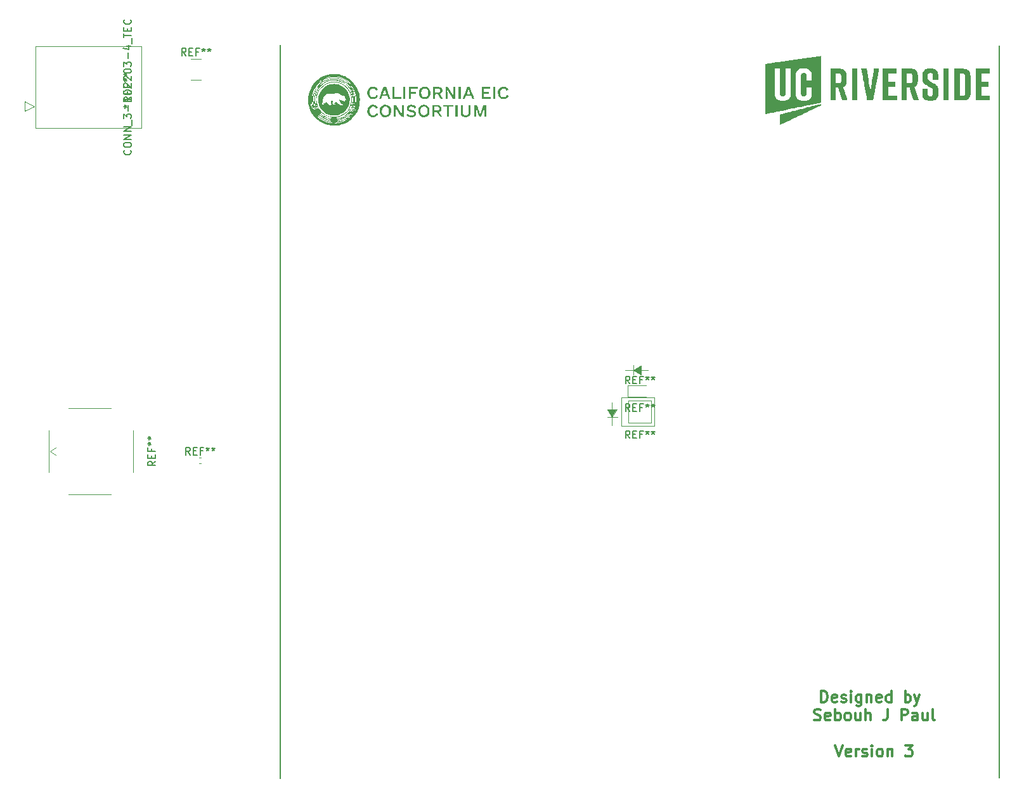
<source format=gbr>
%TF.GenerationSoftware,KiCad,Pcbnew,(6.0.8-1)-1*%
%TF.CreationDate,2022-10-31T21:03:20-04:00*%
%TF.ProjectId,Untitled,556e7469-746c-4656-942e-6b696361645f,rev?*%
%TF.SameCoordinates,Original*%
%TF.FileFunction,Legend,Top*%
%TF.FilePolarity,Positive*%
%FSLAX46Y46*%
G04 Gerber Fmt 4.6, Leading zero omitted, Abs format (unit mm)*
G04 Created by KiCad (PCBNEW (6.0.8-1)-1) date 2022-10-31 21:03:20*
%MOMM*%
%LPD*%
G01*
G04 APERTURE LIST*
%ADD10C,0.300000*%
%ADD11C,0.150000*%
%ADD12C,0.120000*%
G04 APERTURE END LIST*
D10*
X151849730Y-120729604D02*
X151849730Y-119229604D01*
X152206873Y-119229604D01*
X152421159Y-119301033D01*
X152564016Y-119443890D01*
X152635444Y-119586747D01*
X152706873Y-119872461D01*
X152706873Y-120086747D01*
X152635444Y-120372461D01*
X152564016Y-120515318D01*
X152421159Y-120658175D01*
X152206873Y-120729604D01*
X151849730Y-120729604D01*
X153921159Y-120658175D02*
X153778301Y-120729604D01*
X153492587Y-120729604D01*
X153349730Y-120658175D01*
X153278301Y-120515318D01*
X153278301Y-119943890D01*
X153349730Y-119801033D01*
X153492587Y-119729604D01*
X153778301Y-119729604D01*
X153921159Y-119801033D01*
X153992587Y-119943890D01*
X153992587Y-120086747D01*
X153278301Y-120229604D01*
X154564016Y-120658175D02*
X154706873Y-120729604D01*
X154992587Y-120729604D01*
X155135444Y-120658175D01*
X155206873Y-120515318D01*
X155206873Y-120443890D01*
X155135444Y-120301033D01*
X154992587Y-120229604D01*
X154778301Y-120229604D01*
X154635444Y-120158175D01*
X154564016Y-120015318D01*
X154564016Y-119943890D01*
X154635444Y-119801033D01*
X154778301Y-119729604D01*
X154992587Y-119729604D01*
X155135444Y-119801033D01*
X155849730Y-120729604D02*
X155849730Y-119729604D01*
X155849730Y-119229604D02*
X155778301Y-119301033D01*
X155849730Y-119372461D01*
X155921159Y-119301033D01*
X155849730Y-119229604D01*
X155849730Y-119372461D01*
X157206873Y-119729604D02*
X157206873Y-120943890D01*
X157135444Y-121086747D01*
X157064016Y-121158175D01*
X156921159Y-121229604D01*
X156706873Y-121229604D01*
X156564016Y-121158175D01*
X157206873Y-120658175D02*
X157064016Y-120729604D01*
X156778301Y-120729604D01*
X156635444Y-120658175D01*
X156564016Y-120586747D01*
X156492587Y-120443890D01*
X156492587Y-120015318D01*
X156564016Y-119872461D01*
X156635444Y-119801033D01*
X156778301Y-119729604D01*
X157064016Y-119729604D01*
X157206873Y-119801033D01*
X157921159Y-119729604D02*
X157921159Y-120729604D01*
X157921159Y-119872461D02*
X157992587Y-119801033D01*
X158135444Y-119729604D01*
X158349730Y-119729604D01*
X158492587Y-119801033D01*
X158564016Y-119943890D01*
X158564016Y-120729604D01*
X159849730Y-120658175D02*
X159706873Y-120729604D01*
X159421159Y-120729604D01*
X159278301Y-120658175D01*
X159206873Y-120515318D01*
X159206873Y-119943890D01*
X159278301Y-119801033D01*
X159421159Y-119729604D01*
X159706873Y-119729604D01*
X159849730Y-119801033D01*
X159921159Y-119943890D01*
X159921159Y-120086747D01*
X159206873Y-120229604D01*
X161206873Y-120729604D02*
X161206873Y-119229604D01*
X161206873Y-120658175D02*
X161064016Y-120729604D01*
X160778301Y-120729604D01*
X160635444Y-120658175D01*
X160564016Y-120586747D01*
X160492587Y-120443890D01*
X160492587Y-120015318D01*
X160564016Y-119872461D01*
X160635444Y-119801033D01*
X160778301Y-119729604D01*
X161064016Y-119729604D01*
X161206873Y-119801033D01*
X163064016Y-120729604D02*
X163064016Y-119229604D01*
X163064016Y-119801033D02*
X163206873Y-119729604D01*
X163492587Y-119729604D01*
X163635444Y-119801033D01*
X163706873Y-119872461D01*
X163778301Y-120015318D01*
X163778301Y-120443890D01*
X163706873Y-120586747D01*
X163635444Y-120658175D01*
X163492587Y-120729604D01*
X163206873Y-120729604D01*
X163064016Y-120658175D01*
X164278301Y-119729604D02*
X164635444Y-120729604D01*
X164992587Y-119729604D02*
X164635444Y-120729604D01*
X164492587Y-121086747D01*
X164421159Y-121158175D01*
X164278301Y-121229604D01*
X150921159Y-123073175D02*
X151135444Y-123144604D01*
X151492587Y-123144604D01*
X151635444Y-123073175D01*
X151706873Y-123001747D01*
X151778301Y-122858890D01*
X151778301Y-122716033D01*
X151706873Y-122573175D01*
X151635444Y-122501747D01*
X151492587Y-122430318D01*
X151206873Y-122358890D01*
X151064016Y-122287461D01*
X150992587Y-122216033D01*
X150921159Y-122073175D01*
X150921159Y-121930318D01*
X150992587Y-121787461D01*
X151064016Y-121716033D01*
X151206873Y-121644604D01*
X151564016Y-121644604D01*
X151778301Y-121716033D01*
X152992587Y-123073175D02*
X152849730Y-123144604D01*
X152564016Y-123144604D01*
X152421159Y-123073175D01*
X152349730Y-122930318D01*
X152349730Y-122358890D01*
X152421159Y-122216033D01*
X152564016Y-122144604D01*
X152849730Y-122144604D01*
X152992587Y-122216033D01*
X153064016Y-122358890D01*
X153064016Y-122501747D01*
X152349730Y-122644604D01*
X153706873Y-123144604D02*
X153706873Y-121644604D01*
X153706873Y-122216033D02*
X153849730Y-122144604D01*
X154135444Y-122144604D01*
X154278301Y-122216033D01*
X154349730Y-122287461D01*
X154421159Y-122430318D01*
X154421159Y-122858890D01*
X154349730Y-123001747D01*
X154278301Y-123073175D01*
X154135444Y-123144604D01*
X153849730Y-123144604D01*
X153706873Y-123073175D01*
X155278301Y-123144604D02*
X155135444Y-123073175D01*
X155064016Y-123001747D01*
X154992587Y-122858890D01*
X154992587Y-122430318D01*
X155064016Y-122287461D01*
X155135444Y-122216033D01*
X155278301Y-122144604D01*
X155492587Y-122144604D01*
X155635444Y-122216033D01*
X155706873Y-122287461D01*
X155778301Y-122430318D01*
X155778301Y-122858890D01*
X155706873Y-123001747D01*
X155635444Y-123073175D01*
X155492587Y-123144604D01*
X155278301Y-123144604D01*
X157064016Y-122144604D02*
X157064016Y-123144604D01*
X156421159Y-122144604D02*
X156421159Y-122930318D01*
X156492587Y-123073175D01*
X156635444Y-123144604D01*
X156849730Y-123144604D01*
X156992587Y-123073175D01*
X157064016Y-123001747D01*
X157778301Y-123144604D02*
X157778301Y-121644604D01*
X158421159Y-123144604D02*
X158421159Y-122358890D01*
X158349730Y-122216033D01*
X158206873Y-122144604D01*
X157992587Y-122144604D01*
X157849730Y-122216033D01*
X157778301Y-122287461D01*
X160706873Y-121644604D02*
X160706873Y-122716033D01*
X160635444Y-122930318D01*
X160492587Y-123073175D01*
X160278301Y-123144604D01*
X160135444Y-123144604D01*
X162564016Y-123144604D02*
X162564016Y-121644604D01*
X163135444Y-121644604D01*
X163278301Y-121716033D01*
X163349730Y-121787461D01*
X163421159Y-121930318D01*
X163421159Y-122144604D01*
X163349730Y-122287461D01*
X163278301Y-122358890D01*
X163135444Y-122430318D01*
X162564016Y-122430318D01*
X164706873Y-123144604D02*
X164706873Y-122358890D01*
X164635444Y-122216033D01*
X164492587Y-122144604D01*
X164206873Y-122144604D01*
X164064016Y-122216033D01*
X164706873Y-123073175D02*
X164564016Y-123144604D01*
X164206873Y-123144604D01*
X164064016Y-123073175D01*
X163992587Y-122930318D01*
X163992587Y-122787461D01*
X164064016Y-122644604D01*
X164206873Y-122573175D01*
X164564016Y-122573175D01*
X164706873Y-122501747D01*
X166064016Y-122144604D02*
X166064016Y-123144604D01*
X165421159Y-122144604D02*
X165421159Y-122930318D01*
X165492587Y-123073175D01*
X165635444Y-123144604D01*
X165849730Y-123144604D01*
X165992587Y-123073175D01*
X166064016Y-123001747D01*
X166992587Y-123144604D02*
X166849730Y-123073175D01*
X166778301Y-122930318D01*
X166778301Y-121644604D01*
X153706873Y-126474604D02*
X154206873Y-127974604D01*
X154706873Y-126474604D01*
X155778301Y-127903175D02*
X155635444Y-127974604D01*
X155349730Y-127974604D01*
X155206873Y-127903175D01*
X155135444Y-127760318D01*
X155135444Y-127188890D01*
X155206873Y-127046033D01*
X155349730Y-126974604D01*
X155635444Y-126974604D01*
X155778301Y-127046033D01*
X155849730Y-127188890D01*
X155849730Y-127331747D01*
X155135444Y-127474604D01*
X156492587Y-127974604D02*
X156492587Y-126974604D01*
X156492587Y-127260318D02*
X156564016Y-127117461D01*
X156635444Y-127046033D01*
X156778301Y-126974604D01*
X156921159Y-126974604D01*
X157349730Y-127903175D02*
X157492587Y-127974604D01*
X157778301Y-127974604D01*
X157921159Y-127903175D01*
X157992587Y-127760318D01*
X157992587Y-127688890D01*
X157921159Y-127546033D01*
X157778301Y-127474604D01*
X157564016Y-127474604D01*
X157421159Y-127403175D01*
X157349730Y-127260318D01*
X157349730Y-127188890D01*
X157421159Y-127046033D01*
X157564016Y-126974604D01*
X157778301Y-126974604D01*
X157921159Y-127046033D01*
X158635444Y-127974604D02*
X158635444Y-126974604D01*
X158635444Y-126474604D02*
X158564016Y-126546033D01*
X158635444Y-126617461D01*
X158706873Y-126546033D01*
X158635444Y-126474604D01*
X158635444Y-126617461D01*
X159564016Y-127974604D02*
X159421159Y-127903175D01*
X159349730Y-127831747D01*
X159278301Y-127688890D01*
X159278301Y-127260318D01*
X159349730Y-127117461D01*
X159421159Y-127046033D01*
X159564016Y-126974604D01*
X159778301Y-126974604D01*
X159921159Y-127046033D01*
X159992587Y-127117461D01*
X160064016Y-127260318D01*
X160064016Y-127688890D01*
X159992587Y-127831747D01*
X159921159Y-127903175D01*
X159778301Y-127974604D01*
X159564016Y-127974604D01*
X160706873Y-126974604D02*
X160706873Y-127974604D01*
X160706873Y-127117461D02*
X160778301Y-127046033D01*
X160921159Y-126974604D01*
X161135444Y-126974604D01*
X161278301Y-127046033D01*
X161349730Y-127188890D01*
X161349730Y-127974604D01*
X163064016Y-126474604D02*
X163992587Y-126474604D01*
X163492587Y-127046033D01*
X163706873Y-127046033D01*
X163849730Y-127117461D01*
X163921159Y-127188890D01*
X163992587Y-127331747D01*
X163992587Y-127688890D01*
X163921159Y-127831747D01*
X163849730Y-127903175D01*
X163706873Y-127974604D01*
X163278301Y-127974604D01*
X163135444Y-127903175D01*
X163064016Y-127831747D01*
D11*
X175600000Y-33000000D02*
X175640000Y-130800000D01*
X79630000Y-32920000D02*
X79630000Y-130910000D01*
%TO.C,REF\u002A\u002A*%
X67026666Y-34352380D02*
X66693333Y-33876190D01*
X66455238Y-34352380D02*
X66455238Y-33352380D01*
X66836190Y-33352380D01*
X66931428Y-33400000D01*
X66979047Y-33447619D01*
X67026666Y-33542857D01*
X67026666Y-33685714D01*
X66979047Y-33780952D01*
X66931428Y-33828571D01*
X66836190Y-33876190D01*
X66455238Y-33876190D01*
X67455238Y-33828571D02*
X67788571Y-33828571D01*
X67931428Y-34352380D02*
X67455238Y-34352380D01*
X67455238Y-33352380D01*
X67931428Y-33352380D01*
X68693333Y-33828571D02*
X68360000Y-33828571D01*
X68360000Y-34352380D02*
X68360000Y-33352380D01*
X68836190Y-33352380D01*
X69360000Y-33352380D02*
X69360000Y-33590476D01*
X69121904Y-33495238D02*
X69360000Y-33590476D01*
X69598095Y-33495238D01*
X69217142Y-33780952D02*
X69360000Y-33590476D01*
X69502857Y-33780952D01*
X70121904Y-33352380D02*
X70121904Y-33590476D01*
X69883809Y-33495238D02*
X70121904Y-33590476D01*
X70360000Y-33495238D01*
X69979047Y-33780952D02*
X70121904Y-33590476D01*
X70264761Y-33780952D01*
X62952380Y-88533333D02*
X62476190Y-88866666D01*
X62952380Y-89104761D02*
X61952380Y-89104761D01*
X61952380Y-88723809D01*
X62000000Y-88628571D01*
X62047619Y-88580952D01*
X62142857Y-88533333D01*
X62285714Y-88533333D01*
X62380952Y-88580952D01*
X62428571Y-88628571D01*
X62476190Y-88723809D01*
X62476190Y-89104761D01*
X62428571Y-88104761D02*
X62428571Y-87771428D01*
X62952380Y-87628571D02*
X62952380Y-88104761D01*
X61952380Y-88104761D01*
X61952380Y-87628571D01*
X62428571Y-86866666D02*
X62428571Y-87200000D01*
X62952380Y-87200000D02*
X61952380Y-87200000D01*
X61952380Y-86723809D01*
X61952380Y-86200000D02*
X62190476Y-86200000D01*
X62095238Y-86438095D02*
X62190476Y-86200000D01*
X62095238Y-85961904D01*
X62380952Y-86342857D02*
X62190476Y-86200000D01*
X62380952Y-86057142D01*
X61952380Y-85438095D02*
X62190476Y-85438095D01*
X62095238Y-85676190D02*
X62190476Y-85438095D01*
X62095238Y-85200000D01*
X62380952Y-85580952D02*
X62190476Y-85438095D01*
X62380952Y-85295238D01*
X59702480Y-39920833D02*
X59226290Y-40254166D01*
X59702480Y-40492261D02*
X58702480Y-40492261D01*
X58702480Y-40111309D01*
X58750100Y-40016071D01*
X58797719Y-39968452D01*
X58892957Y-39920833D01*
X59035814Y-39920833D01*
X59131052Y-39968452D01*
X59178671Y-40016071D01*
X59226290Y-40111309D01*
X59226290Y-40492261D01*
X59178671Y-39492261D02*
X59178671Y-39158928D01*
X59702480Y-39016071D02*
X59702480Y-39492261D01*
X58702480Y-39492261D01*
X58702480Y-39016071D01*
X59178671Y-38254166D02*
X59178671Y-38587500D01*
X59702480Y-38587500D02*
X58702480Y-38587500D01*
X58702480Y-38111309D01*
X58702480Y-37587500D02*
X58940576Y-37587500D01*
X58845338Y-37825595D02*
X58940576Y-37587500D01*
X58845338Y-37349404D01*
X59131052Y-37730357D02*
X58940576Y-37587500D01*
X59131052Y-37444642D01*
X58702480Y-36825595D02*
X58940576Y-36825595D01*
X58845338Y-37063690D02*
X58940576Y-36825595D01*
X58845338Y-36587500D01*
X59131052Y-36968452D02*
X58940576Y-36825595D01*
X59131052Y-36682738D01*
X59607242Y-46992261D02*
X59654861Y-47039880D01*
X59702480Y-47182738D01*
X59702480Y-47277976D01*
X59654861Y-47420833D01*
X59559623Y-47516071D01*
X59464385Y-47563690D01*
X59273909Y-47611309D01*
X59131052Y-47611309D01*
X58940576Y-47563690D01*
X58845338Y-47516071D01*
X58750100Y-47420833D01*
X58702480Y-47277976D01*
X58702480Y-47182738D01*
X58750100Y-47039880D01*
X58797719Y-46992261D01*
X58702480Y-46373214D02*
X58702480Y-46182738D01*
X58750100Y-46087500D01*
X58845338Y-45992261D01*
X59035814Y-45944642D01*
X59369147Y-45944642D01*
X59559623Y-45992261D01*
X59654861Y-46087500D01*
X59702480Y-46182738D01*
X59702480Y-46373214D01*
X59654861Y-46468452D01*
X59559623Y-46563690D01*
X59369147Y-46611309D01*
X59035814Y-46611309D01*
X58845338Y-46563690D01*
X58750100Y-46468452D01*
X58702480Y-46373214D01*
X59702480Y-45516071D02*
X58702480Y-45516071D01*
X59702480Y-44944642D01*
X58702480Y-44944642D01*
X59702480Y-44468452D02*
X58702480Y-44468452D01*
X59702480Y-43897023D01*
X58702480Y-43897023D01*
X59797719Y-43658928D02*
X59797719Y-42897023D01*
X58702480Y-42754166D02*
X58702480Y-42135119D01*
X59083433Y-42468452D01*
X59083433Y-42325595D01*
X59131052Y-42230357D01*
X59178671Y-42182738D01*
X59273909Y-42135119D01*
X59512004Y-42135119D01*
X59607242Y-42182738D01*
X59654861Y-42230357D01*
X59702480Y-42325595D01*
X59702480Y-42611309D01*
X59654861Y-42706547D01*
X59607242Y-42754166D01*
X59321528Y-41706547D02*
X59321528Y-40944642D01*
X59702480Y-39944642D02*
X59702480Y-40516071D01*
X59702480Y-40230357D02*
X58702480Y-40230357D01*
X58845338Y-40325595D01*
X58940576Y-40420833D01*
X58988195Y-40516071D01*
X58702480Y-39325595D02*
X58702480Y-39230357D01*
X58750100Y-39135119D01*
X58797719Y-39087500D01*
X58892957Y-39039880D01*
X59083433Y-38992261D01*
X59321528Y-38992261D01*
X59512004Y-39039880D01*
X59607242Y-39087500D01*
X59654861Y-39135119D01*
X59702480Y-39230357D01*
X59702480Y-39325595D01*
X59654861Y-39420833D01*
X59607242Y-39468452D01*
X59512004Y-39516071D01*
X59321528Y-39563690D01*
X59083433Y-39563690D01*
X58892957Y-39516071D01*
X58797719Y-39468452D01*
X58750100Y-39420833D01*
X58702480Y-39325595D01*
X58797719Y-38611309D02*
X58750100Y-38563690D01*
X58702480Y-38468452D01*
X58702480Y-38230357D01*
X58750100Y-38135119D01*
X58797719Y-38087500D01*
X58892957Y-38039880D01*
X58988195Y-38039880D01*
X59131052Y-38087500D01*
X59702480Y-38658928D01*
X59702480Y-38039880D01*
X58797719Y-37658928D02*
X58750100Y-37611309D01*
X58702480Y-37516071D01*
X58702480Y-37277976D01*
X58750100Y-37182738D01*
X58797719Y-37135119D01*
X58892957Y-37087500D01*
X58988195Y-37087500D01*
X59131052Y-37135119D01*
X59702480Y-37706547D01*
X59702480Y-37087500D01*
X58702480Y-36468452D02*
X58702480Y-36373214D01*
X58750100Y-36277976D01*
X58797719Y-36230357D01*
X58892957Y-36182738D01*
X59083433Y-36135119D01*
X59321528Y-36135119D01*
X59512004Y-36182738D01*
X59607242Y-36230357D01*
X59654861Y-36277976D01*
X59702480Y-36373214D01*
X59702480Y-36468452D01*
X59654861Y-36563690D01*
X59607242Y-36611309D01*
X59512004Y-36658928D01*
X59321528Y-36706547D01*
X59083433Y-36706547D01*
X58892957Y-36658928D01*
X58797719Y-36611309D01*
X58750100Y-36563690D01*
X58702480Y-36468452D01*
X58702480Y-35801785D02*
X58702480Y-35182738D01*
X59083433Y-35516071D01*
X59083433Y-35373214D01*
X59131052Y-35277976D01*
X59178671Y-35230357D01*
X59273909Y-35182738D01*
X59512004Y-35182738D01*
X59607242Y-35230357D01*
X59654861Y-35277976D01*
X59702480Y-35373214D01*
X59702480Y-35658928D01*
X59654861Y-35754166D01*
X59607242Y-35801785D01*
X59321528Y-34754166D02*
X59321528Y-33992261D01*
X59035814Y-33087500D02*
X59702480Y-33087500D01*
X58654861Y-33325595D02*
X59369147Y-33563690D01*
X59369147Y-32944642D01*
X59797719Y-32801785D02*
X59797719Y-32039880D01*
X58702480Y-31944642D02*
X58702480Y-31373214D01*
X59702480Y-31658928D02*
X58702480Y-31658928D01*
X59178671Y-31039880D02*
X59178671Y-30706547D01*
X59702480Y-30563690D02*
X59702480Y-31039880D01*
X58702480Y-31039880D01*
X58702480Y-30563690D01*
X59607242Y-29563690D02*
X59654861Y-29611309D01*
X59702480Y-29754166D01*
X59702480Y-29849404D01*
X59654861Y-29992261D01*
X59559623Y-30087500D01*
X59464385Y-30135119D01*
X59273909Y-30182738D01*
X59131052Y-30182738D01*
X58940576Y-30135119D01*
X58845338Y-30087500D01*
X58750100Y-29992261D01*
X58702480Y-29849404D01*
X58702480Y-29754166D01*
X58750100Y-29611309D01*
X58797719Y-29563690D01*
X58702480Y-41127500D02*
X58940576Y-41127500D01*
X58845338Y-41365595D02*
X58940576Y-41127500D01*
X58845338Y-40889404D01*
X59131052Y-41270357D02*
X58940576Y-41127500D01*
X59131052Y-40984642D01*
X126296666Y-85472380D02*
X125963333Y-84996190D01*
X125725238Y-85472380D02*
X125725238Y-84472380D01*
X126106190Y-84472380D01*
X126201428Y-84520000D01*
X126249047Y-84567619D01*
X126296666Y-84662857D01*
X126296666Y-84805714D01*
X126249047Y-84900952D01*
X126201428Y-84948571D01*
X126106190Y-84996190D01*
X125725238Y-84996190D01*
X126725238Y-84948571D02*
X127058571Y-84948571D01*
X127201428Y-85472380D02*
X126725238Y-85472380D01*
X126725238Y-84472380D01*
X127201428Y-84472380D01*
X127963333Y-84948571D02*
X127630000Y-84948571D01*
X127630000Y-85472380D02*
X127630000Y-84472380D01*
X128106190Y-84472380D01*
X128630000Y-84472380D02*
X128630000Y-84710476D01*
X128391904Y-84615238D02*
X128630000Y-84710476D01*
X128868095Y-84615238D01*
X128487142Y-84900952D02*
X128630000Y-84710476D01*
X128772857Y-84900952D01*
X129391904Y-84472380D02*
X129391904Y-84710476D01*
X129153809Y-84615238D02*
X129391904Y-84710476D01*
X129630000Y-84615238D01*
X129249047Y-84900952D02*
X129391904Y-84710476D01*
X129534761Y-84900952D01*
X126296666Y-81872380D02*
X125963333Y-81396190D01*
X125725238Y-81872380D02*
X125725238Y-80872380D01*
X126106190Y-80872380D01*
X126201428Y-80920000D01*
X126249047Y-80967619D01*
X126296666Y-81062857D01*
X126296666Y-81205714D01*
X126249047Y-81300952D01*
X126201428Y-81348571D01*
X126106190Y-81396190D01*
X125725238Y-81396190D01*
X126725238Y-81348571D02*
X127058571Y-81348571D01*
X127201428Y-81872380D02*
X126725238Y-81872380D01*
X126725238Y-80872380D01*
X127201428Y-80872380D01*
X127963333Y-81348571D02*
X127630000Y-81348571D01*
X127630000Y-81872380D02*
X127630000Y-80872380D01*
X128106190Y-80872380D01*
X128630000Y-80872380D02*
X128630000Y-81110476D01*
X128391904Y-81015238D02*
X128630000Y-81110476D01*
X128868095Y-81015238D01*
X128487142Y-81300952D02*
X128630000Y-81110476D01*
X128772857Y-81300952D01*
X129391904Y-80872380D02*
X129391904Y-81110476D01*
X129153809Y-81015238D02*
X129391904Y-81110476D01*
X129630000Y-81015238D01*
X129249047Y-81300952D02*
X129391904Y-81110476D01*
X129534761Y-81300952D01*
X67576666Y-87682380D02*
X67243333Y-87206190D01*
X67005238Y-87682380D02*
X67005238Y-86682380D01*
X67386190Y-86682380D01*
X67481428Y-86730000D01*
X67529047Y-86777619D01*
X67576666Y-86872857D01*
X67576666Y-87015714D01*
X67529047Y-87110952D01*
X67481428Y-87158571D01*
X67386190Y-87206190D01*
X67005238Y-87206190D01*
X68005238Y-87158571D02*
X68338571Y-87158571D01*
X68481428Y-87682380D02*
X68005238Y-87682380D01*
X68005238Y-86682380D01*
X68481428Y-86682380D01*
X69243333Y-87158571D02*
X68910000Y-87158571D01*
X68910000Y-87682380D02*
X68910000Y-86682380D01*
X69386190Y-86682380D01*
X69910000Y-86682380D02*
X69910000Y-86920476D01*
X69671904Y-86825238D02*
X69910000Y-86920476D01*
X70148095Y-86825238D01*
X69767142Y-87110952D02*
X69910000Y-86920476D01*
X70052857Y-87110952D01*
X70671904Y-86682380D02*
X70671904Y-86920476D01*
X70433809Y-86825238D02*
X70671904Y-86920476D01*
X70910000Y-86825238D01*
X70529047Y-87110952D02*
X70671904Y-86920476D01*
X70814761Y-87110952D01*
X126296666Y-78182380D02*
X125963333Y-77706190D01*
X125725238Y-78182380D02*
X125725238Y-77182380D01*
X126106190Y-77182380D01*
X126201428Y-77230000D01*
X126249047Y-77277619D01*
X126296666Y-77372857D01*
X126296666Y-77515714D01*
X126249047Y-77610952D01*
X126201428Y-77658571D01*
X126106190Y-77706190D01*
X125725238Y-77706190D01*
X126725238Y-77658571D02*
X127058571Y-77658571D01*
X127201428Y-78182380D02*
X126725238Y-78182380D01*
X126725238Y-77182380D01*
X127201428Y-77182380D01*
X127963333Y-77658571D02*
X127630000Y-77658571D01*
X127630000Y-78182380D02*
X127630000Y-77182380D01*
X128106190Y-77182380D01*
X128630000Y-77182380D02*
X128630000Y-77420476D01*
X128391904Y-77325238D02*
X128630000Y-77420476D01*
X128868095Y-77325238D01*
X128487142Y-77610952D02*
X128630000Y-77420476D01*
X128772857Y-77610952D01*
X129391904Y-77182380D02*
X129391904Y-77420476D01*
X129153809Y-77325238D02*
X129391904Y-77420476D01*
X129630000Y-77325238D01*
X129249047Y-77610952D02*
X129391904Y-77420476D01*
X129534761Y-77610952D01*
%TO.C,G\u002A\u002A\u002A*%
G36*
X104302801Y-39299879D02*
G01*
X104591675Y-38527571D01*
X104920765Y-38526807D01*
X105215684Y-39311116D01*
X105283436Y-39491799D01*
X105345677Y-39658754D01*
X105400574Y-39806991D01*
X105446297Y-39931522D01*
X105481011Y-40027357D01*
X105502886Y-40089506D01*
X105510105Y-40112855D01*
X105488732Y-40122134D01*
X105433788Y-40128456D01*
X105373024Y-40130284D01*
X105236441Y-40130284D01*
X105085609Y-39711986D01*
X104423083Y-39711986D01*
X104347667Y-39921135D01*
X104272252Y-40130284D01*
X104133182Y-40130284D01*
X104051637Y-40127287D01*
X104010658Y-40117462D01*
X104004020Y-40101235D01*
X104014219Y-40073374D01*
X104038795Y-40007124D01*
X104075832Y-39907625D01*
X104123413Y-39780018D01*
X104179622Y-39629441D01*
X104233438Y-39485407D01*
X104511141Y-39485407D01*
X104532443Y-39492524D01*
X104590712Y-39498237D01*
X104676441Y-39501874D01*
X104757057Y-39502836D01*
X104866535Y-39502190D01*
X104937168Y-39499368D01*
X104976576Y-39493048D01*
X104992384Y-39481909D01*
X104992214Y-39464628D01*
X104991509Y-39462169D01*
X104979720Y-39426376D01*
X104955696Y-39355781D01*
X104922551Y-39259455D01*
X104883395Y-39146466D01*
X104868175Y-39102734D01*
X104757105Y-38783967D01*
X104634524Y-39125973D01*
X104592433Y-39244335D01*
X104556473Y-39347222D01*
X104529356Y-39426728D01*
X104513798Y-39474948D01*
X104511141Y-39485407D01*
X104233438Y-39485407D01*
X104242544Y-39461034D01*
X104302801Y-39299879D01*
G37*
G36*
X102720952Y-41176030D02*
G01*
X102163221Y-41176030D01*
X102163221Y-42547118D01*
X101907594Y-42547118D01*
X101907594Y-41176030D01*
X101349863Y-41176030D01*
X101349863Y-40943642D01*
X102720952Y-40943642D01*
X102720952Y-41176030D01*
G37*
G36*
X97956999Y-38759195D02*
G01*
X97050687Y-38759195D01*
X97050687Y-39200732D01*
X97747850Y-39200732D01*
X97747850Y-39431878D01*
X97062306Y-39444740D01*
X97049444Y-40130284D01*
X96795060Y-40130284D01*
X96795060Y-38526807D01*
X97956999Y-38526807D01*
X97956999Y-38759195D01*
G37*
G36*
X109546427Y-38509482D02*
G01*
X109705614Y-38540671D01*
X109842419Y-38598341D01*
X109862313Y-38610650D01*
X109915349Y-38654526D01*
X109970579Y-38714398D01*
X110020457Y-38779747D01*
X110057439Y-38840056D01*
X110073978Y-38884808D01*
X110070258Y-38900514D01*
X110040208Y-38918339D01*
X109982837Y-38946237D01*
X109943552Y-38963807D01*
X109834313Y-39011195D01*
X109775260Y-38910428D01*
X109695057Y-38816391D01*
X109587648Y-38758927D01*
X109456143Y-38739379D01*
X109388724Y-38743453D01*
X109248778Y-38779406D01*
X109136358Y-38852174D01*
X109047731Y-38964177D01*
X109047507Y-38964557D01*
X109019170Y-39016253D01*
X109000742Y-39063714D01*
X108990116Y-39118989D01*
X108985182Y-39194128D01*
X108983832Y-39301179D01*
X108983806Y-39328546D01*
X108984691Y-39443861D01*
X108988734Y-39524729D01*
X108998023Y-39583169D01*
X109014644Y-39631197D01*
X109040681Y-39680833D01*
X109046761Y-39691260D01*
X109113744Y-39785467D01*
X109191525Y-39848629D01*
X109295668Y-39892303D01*
X109331237Y-39902497D01*
X109418149Y-39918495D01*
X109498931Y-39912678D01*
X109547347Y-39901391D01*
X109640793Y-39862578D01*
X109727107Y-39802761D01*
X109793072Y-39732921D01*
X109823849Y-39671670D01*
X109832697Y-39639669D01*
X109846138Y-39624462D01*
X109875184Y-39625068D01*
X109930848Y-39640507D01*
X109984419Y-39657369D01*
X110053568Y-39680629D01*
X110087071Y-39699800D01*
X110093838Y-39724022D01*
X110083852Y-39759367D01*
X110036114Y-39847309D01*
X109958246Y-39939453D01*
X109863150Y-40022440D01*
X109778032Y-40075994D01*
X109643040Y-40123895D01*
X109486167Y-40147355D01*
X109325691Y-40145332D01*
X109179890Y-40116786D01*
X109162860Y-40111034D01*
X109002993Y-40032227D01*
X108875637Y-39921280D01*
X108779793Y-39776972D01*
X108714462Y-39598082D01*
X108702949Y-39548616D01*
X108678444Y-39343865D01*
X108690874Y-39149169D01*
X108738082Y-38970165D01*
X108817909Y-38812490D01*
X108928201Y-38681781D01*
X109066798Y-38583673D01*
X109073558Y-38580170D01*
X109216502Y-38528695D01*
X109378758Y-38505311D01*
X109546427Y-38509482D01*
G37*
G36*
X92227367Y-38530082D02*
G01*
X92363933Y-38578823D01*
X92376445Y-38585381D01*
X92454751Y-38638645D01*
X92529259Y-38707278D01*
X92590216Y-38780190D01*
X92627867Y-38846292D01*
X92635229Y-38879576D01*
X92615504Y-38905412D01*
X92565159Y-38937869D01*
X92525620Y-38956725D01*
X92459423Y-38984821D01*
X92411333Y-39005238D01*
X92397894Y-39010949D01*
X92381963Y-38999607D01*
X92379689Y-38983683D01*
X92361847Y-38934824D01*
X92316416Y-38874871D01*
X92255541Y-38816844D01*
X92191366Y-38773763D01*
X92178181Y-38767655D01*
X92064501Y-38740922D01*
X91939435Y-38744683D01*
X91818264Y-38775900D01*
X91716266Y-38831538D01*
X91677603Y-38867146D01*
X91605126Y-38978899D01*
X91558011Y-39115139D01*
X91535907Y-39265444D01*
X91538463Y-39419392D01*
X91565328Y-39566559D01*
X91616150Y-39696522D01*
X91690579Y-39798858D01*
X91709578Y-39816203D01*
X91809635Y-39875886D01*
X91932314Y-39912679D01*
X92020374Y-39921005D01*
X92121634Y-39901217D01*
X92225883Y-39848263D01*
X92319234Y-39772282D01*
X92387801Y-39683415D01*
X92408312Y-39637737D01*
X92432640Y-39629227D01*
X92483642Y-39636605D01*
X92546442Y-39654926D01*
X92606167Y-39679244D01*
X92647941Y-39704616D01*
X92658555Y-39720923D01*
X92642970Y-39770339D01*
X92602555Y-39838397D01*
X92546816Y-39912417D01*
X92485264Y-39979720D01*
X92429665Y-40026153D01*
X92270700Y-40104663D01*
X92094073Y-40145682D01*
X91911396Y-40147817D01*
X91734278Y-40109680D01*
X91733766Y-40109503D01*
X91576764Y-40031990D01*
X91447453Y-39919685D01*
X91348043Y-39776667D01*
X91280747Y-39607017D01*
X91247777Y-39414812D01*
X91250049Y-39217347D01*
X91286355Y-39029655D01*
X91356156Y-38862849D01*
X91455519Y-38722324D01*
X91580509Y-38613479D01*
X91727193Y-38541709D01*
X91746956Y-38535586D01*
X91902754Y-38507188D01*
X92068266Y-38505779D01*
X92227367Y-38530082D01*
G37*
G36*
X98112433Y-41353285D02*
G01*
X98191956Y-41204148D01*
X98304936Y-41084437D01*
X98432415Y-41002151D01*
X98502473Y-40968599D01*
X98562801Y-40947814D01*
X98628748Y-40936802D01*
X98715660Y-40932571D01*
X98791953Y-40932040D01*
X98908963Y-40934240D01*
X98994613Y-40942393D01*
X99063879Y-40958865D01*
X99130558Y-40985474D01*
X99281032Y-41078904D01*
X99401750Y-41207565D01*
X99482654Y-41347390D01*
X99512990Y-41418410D01*
X99532277Y-41481345D01*
X99542976Y-41550651D01*
X99547548Y-41640783D01*
X99548442Y-41733761D01*
X99543086Y-41903714D01*
X99523856Y-42039144D01*
X99486985Y-42150892D01*
X99428706Y-42249801D01*
X99345252Y-42346713D01*
X99330177Y-42361900D01*
X99232877Y-42448369D01*
X99142519Y-42504302D01*
X99075603Y-42530610D01*
X98931076Y-42560513D01*
X98770962Y-42567561D01*
X98616282Y-42551833D01*
X98525864Y-42528494D01*
X98363958Y-42451706D01*
X98236139Y-42344673D01*
X98141920Y-42206596D01*
X98080812Y-42036672D01*
X98052327Y-41834101D01*
X98049955Y-41747236D01*
X98050089Y-41745380D01*
X98328820Y-41745380D01*
X98344968Y-41929866D01*
X98393178Y-42082261D01*
X98473094Y-42201492D01*
X98482934Y-42211668D01*
X98591659Y-42289142D01*
X98720053Y-42329990D01*
X98857005Y-42332411D01*
X98991401Y-42294599D01*
X98992087Y-42294288D01*
X99106911Y-42217789D01*
X99196136Y-42108624D01*
X99237955Y-42019026D01*
X99259593Y-41917775D01*
X99268519Y-41790476D01*
X99265071Y-41655658D01*
X99249584Y-41531853D01*
X99227613Y-41450168D01*
X99159277Y-41328102D01*
X99065749Y-41238696D01*
X98954739Y-41181786D01*
X98833960Y-41157206D01*
X98711123Y-41164794D01*
X98593941Y-41204384D01*
X98490125Y-41275813D01*
X98407386Y-41378915D01*
X98366591Y-41468516D01*
X98346385Y-41553226D01*
X98332744Y-41659614D01*
X98328820Y-41745380D01*
X98050089Y-41745380D01*
X98065416Y-41533697D01*
X98112433Y-41353285D01*
G37*
G36*
X103720220Y-40130284D02*
G01*
X103441354Y-40130284D01*
X103441354Y-38526807D01*
X103720220Y-38526807D01*
X103720220Y-40130284D01*
G37*
G36*
X107670815Y-38759195D02*
G01*
X106764502Y-38759195D01*
X106764502Y-39200732D01*
X107461665Y-39200732D01*
X107461665Y-39433120D01*
X106764502Y-39433120D01*
X106764502Y-39897896D01*
X107694053Y-39897896D01*
X107694053Y-40130284D01*
X106508875Y-40130284D01*
X106508875Y-38526807D01*
X107670815Y-38526807D01*
X107670815Y-38759195D01*
G37*
G36*
X83828510Y-42051212D02*
G01*
X85025108Y-42051212D01*
X85039332Y-42090307D01*
X85078910Y-42136279D01*
X85113017Y-42168623D01*
X85297452Y-42316457D01*
X85515422Y-42454087D01*
X85754097Y-42574526D01*
X86000643Y-42670787D01*
X86081977Y-42696183D01*
X86198805Y-42729015D01*
X86280070Y-42747178D01*
X86334382Y-42750459D01*
X86370349Y-42738649D01*
X86396581Y-42711534D01*
X86411075Y-42688100D01*
X86449689Y-42620226D01*
X86352978Y-42604278D01*
X86109156Y-42545580D01*
X85856716Y-42451102D01*
X85607597Y-42326750D01*
X85373737Y-42178431D01*
X85180568Y-42024306D01*
X85119481Y-41971335D01*
X85073178Y-41934909D01*
X85050845Y-41922203D01*
X85050283Y-41922513D01*
X85041272Y-41949142D01*
X85029543Y-42001623D01*
X85028940Y-42004770D01*
X85025108Y-42051212D01*
X83828510Y-42051212D01*
X83798082Y-42004501D01*
X83621148Y-41653145D01*
X83481869Y-41280237D01*
X83393536Y-40943642D01*
X83373996Y-40817890D01*
X83359973Y-40657407D01*
X83351468Y-40473614D01*
X83348480Y-40277927D01*
X83348586Y-40269717D01*
X83658752Y-40269717D01*
X83672491Y-40594760D01*
X83715717Y-40896890D01*
X83791443Y-41188939D01*
X83902682Y-41483739D01*
X83986134Y-41664044D01*
X84039914Y-41772762D01*
X84076989Y-41844266D01*
X84100920Y-41883170D01*
X84115263Y-41894089D01*
X84123578Y-41881637D01*
X84129422Y-41850429D01*
X84129492Y-41849955D01*
X84130475Y-41794984D01*
X84114900Y-41731040D01*
X84079194Y-41646044D01*
X84053909Y-41594328D01*
X83986698Y-41444443D01*
X83919341Y-41265858D01*
X83857573Y-41075974D01*
X83807132Y-40892195D01*
X83778151Y-40757731D01*
X83761239Y-40624220D01*
X83751077Y-40459259D01*
X83748910Y-40347884D01*
X83828712Y-40347884D01*
X83850491Y-40636911D01*
X83861866Y-40713192D01*
X83911167Y-40949264D01*
X83977924Y-41181604D01*
X84057024Y-41393770D01*
X84107244Y-41502492D01*
X84146242Y-41577248D01*
X84172206Y-41616504D01*
X84191975Y-41626771D01*
X84212389Y-41614565D01*
X84218602Y-41608558D01*
X84240000Y-41582080D01*
X84244211Y-41552219D01*
X84230806Y-41503798D01*
X84214403Y-41460229D01*
X84107090Y-41162177D01*
X84028106Y-40891078D01*
X83976065Y-40638146D01*
X83949585Y-40394593D01*
X83948648Y-40295890D01*
X84036080Y-40295890D01*
X84061757Y-40630510D01*
X84126295Y-40953340D01*
X84172754Y-41106313D01*
X84223742Y-41250854D01*
X84265211Y-41355228D01*
X84300192Y-41424020D01*
X84331717Y-41461816D01*
X84362818Y-41473200D01*
X84396524Y-41462757D01*
X84405054Y-41457692D01*
X84421071Y-41437097D01*
X84414805Y-41400714D01*
X84390536Y-41347663D01*
X84303208Y-41139703D01*
X84233276Y-40900766D01*
X84183576Y-40644010D01*
X84156947Y-40382598D01*
X84153342Y-40253115D01*
X84232791Y-40253115D01*
X84257084Y-40591305D01*
X84326442Y-40925350D01*
X84431795Y-41229987D01*
X84468875Y-41316287D01*
X84496922Y-41368720D01*
X84523972Y-41396646D01*
X84558063Y-41409428D01*
X84590051Y-41414333D01*
X84647247Y-41420175D01*
X84679852Y-41421042D01*
X84682029Y-41420422D01*
X84675711Y-41398810D01*
X84653698Y-41345084D01*
X84620136Y-41269161D01*
X84604391Y-41234763D01*
X84558942Y-41125585D01*
X84511712Y-40994618D01*
X84471042Y-40865437D01*
X84461275Y-40830210D01*
X84437142Y-40733212D01*
X84420363Y-40646098D01*
X84409617Y-40556172D01*
X84403582Y-40450740D01*
X84400938Y-40317107D01*
X84400818Y-40297364D01*
X84480056Y-40297364D01*
X84487867Y-40478479D01*
X84505589Y-40636400D01*
X84511248Y-40668542D01*
X84567269Y-40899268D01*
X84642247Y-41114195D01*
X84732361Y-41304585D01*
X84833791Y-41461703D01*
X84884445Y-41521741D01*
X84944798Y-41593921D01*
X84995633Y-41667693D01*
X85018842Y-41711471D01*
X85057979Y-41773869D01*
X85127661Y-41854112D01*
X85219703Y-41944355D01*
X85325919Y-42036752D01*
X85438123Y-42123457D01*
X85477768Y-42151332D01*
X85741679Y-42306333D01*
X86029341Y-42429528D01*
X86314364Y-42511913D01*
X86397797Y-42528644D01*
X86464525Y-42535639D01*
X86530588Y-42532284D01*
X86612022Y-42517968D01*
X86704024Y-42497027D01*
X86785583Y-42481576D01*
X86850700Y-42482712D01*
X86925522Y-42501740D01*
X86948031Y-42509181D01*
X87012221Y-42529168D01*
X87064434Y-42538119D01*
X87120795Y-42536183D01*
X87197433Y-42523510D01*
X87254086Y-42512014D01*
X87571614Y-42423399D01*
X87867161Y-42293864D01*
X88141131Y-42123190D01*
X88393929Y-41911158D01*
X88430861Y-41874959D01*
X88645778Y-41628476D01*
X88820975Y-41360812D01*
X88955791Y-41075978D01*
X89049565Y-40777984D01*
X89101635Y-40470841D01*
X89111342Y-40158557D01*
X89078024Y-39845143D01*
X89001019Y-39534609D01*
X88879668Y-39230965D01*
X88869942Y-39210979D01*
X88706588Y-38930768D01*
X88507303Y-38678632D01*
X88274811Y-38456847D01*
X88011840Y-38267683D01*
X87721116Y-38113417D01*
X87418207Y-38000191D01*
X87337775Y-37976743D01*
X87267641Y-37959831D01*
X87197488Y-37948373D01*
X87117000Y-37941287D01*
X87015859Y-37937489D01*
X86883748Y-37935899D01*
X86802379Y-37935592D01*
X86647044Y-37935917D01*
X86528110Y-37938341D01*
X86435515Y-37943747D01*
X86359199Y-37953021D01*
X86289101Y-37967048D01*
X86215159Y-37986713D01*
X86212485Y-37987483D01*
X85892858Y-38102267D01*
X85599277Y-38253409D01*
X85334078Y-38438433D01*
X85099597Y-38654863D01*
X84898172Y-38900221D01*
X84732139Y-39172031D01*
X84603835Y-39467816D01*
X84515596Y-39785098D01*
X84515301Y-39786532D01*
X84493852Y-39934223D01*
X84482077Y-40110223D01*
X84480056Y-40297364D01*
X84400818Y-40297364D01*
X84400509Y-40246478D01*
X84401222Y-40091256D01*
X84405353Y-39970037D01*
X84413997Y-39870404D01*
X84428250Y-39779943D01*
X84449208Y-39686235D01*
X84450359Y-39681613D01*
X84554012Y-39358857D01*
X84696569Y-39059848D01*
X84875669Y-38786946D01*
X85088951Y-38542513D01*
X85334053Y-38328912D01*
X85608614Y-38148502D01*
X85910273Y-38003647D01*
X86234587Y-37897244D01*
X86327159Y-37875239D01*
X86413555Y-37860111D01*
X86506131Y-37850714D01*
X86617243Y-37845904D01*
X86759248Y-37844533D01*
X86802379Y-37844598D01*
X86951292Y-37846036D01*
X87066593Y-37850232D01*
X87161128Y-37858548D01*
X87247740Y-37872343D01*
X87339276Y-37892979D01*
X87394968Y-37907365D01*
X87705683Y-38012579D01*
X87992685Y-38154947D01*
X88253986Y-38330888D01*
X88487600Y-38536822D01*
X88691537Y-38769166D01*
X88863810Y-39024340D01*
X89002431Y-39298763D01*
X89105412Y-39588853D01*
X89170764Y-39891030D01*
X89196501Y-40201712D01*
X89180634Y-40517318D01*
X89121175Y-40834267D01*
X89086613Y-40954711D01*
X88964684Y-41265812D01*
X88803585Y-41553328D01*
X88605776Y-41814334D01*
X88373721Y-42045907D01*
X88109880Y-42245123D01*
X87894602Y-42370519D01*
X87734745Y-42445000D01*
X87560632Y-42512519D01*
X87389442Y-42567055D01*
X87238352Y-42602591D01*
X87226373Y-42604644D01*
X87127494Y-42620959D01*
X87176796Y-42690198D01*
X87212840Y-42733771D01*
X87249352Y-42749837D01*
X87306649Y-42745818D01*
X87322153Y-42743297D01*
X87392378Y-42727717D01*
X87486784Y-42701907D01*
X87585776Y-42671251D01*
X87592498Y-42669020D01*
X87814043Y-42582441D01*
X88038873Y-42472013D01*
X88219945Y-42364416D01*
X88325359Y-42286047D01*
X88447606Y-42180589D01*
X88576124Y-42058499D01*
X88700350Y-41930232D01*
X88809722Y-41806245D01*
X88892581Y-41698581D01*
X89069859Y-41402604D01*
X89204255Y-41091843D01*
X89295500Y-40770075D01*
X89343321Y-40441077D01*
X89347448Y-40108628D01*
X89307610Y-39776504D01*
X89223536Y-39448483D01*
X89094955Y-39128342D01*
X89079268Y-39096158D01*
X88908988Y-38802994D01*
X88705598Y-38539881D01*
X88472813Y-38308516D01*
X88214349Y-38110596D01*
X87933922Y-37947819D01*
X87635248Y-37821881D01*
X87322043Y-37734479D01*
X86998024Y-37687311D01*
X86666906Y-37682073D01*
X86332405Y-37720463D01*
X86152785Y-37759648D01*
X85834291Y-37864421D01*
X85533826Y-38009895D01*
X85255332Y-38192657D01*
X85002750Y-38409295D01*
X84780021Y-38656395D01*
X84591087Y-38930545D01*
X84439887Y-39228332D01*
X84430332Y-39251151D01*
X84319412Y-39579289D01*
X84253566Y-39914527D01*
X84232791Y-40253115D01*
X84153342Y-40253115D01*
X84153157Y-40246478D01*
X84175285Y-39890799D01*
X84241319Y-39550026D01*
X84350729Y-39225462D01*
X84502987Y-38918411D01*
X84697564Y-38630175D01*
X84905719Y-38390715D01*
X85062502Y-38245158D01*
X85244584Y-38102135D01*
X85437947Y-37971358D01*
X85628571Y-37862540D01*
X85749920Y-37805858D01*
X86081900Y-37692496D01*
X86424294Y-37623368D01*
X86772464Y-37598736D01*
X87121774Y-37618861D01*
X87467585Y-37684005D01*
X87543820Y-37704716D01*
X87856882Y-37818388D01*
X88151956Y-37972600D01*
X88425517Y-38163722D01*
X88674040Y-38388125D01*
X88893998Y-38642177D01*
X89081867Y-38922250D01*
X89234121Y-39224713D01*
X89347233Y-39545936D01*
X89353253Y-39567770D01*
X89375064Y-39651848D01*
X89390998Y-39725808D01*
X89401964Y-39799581D01*
X89408873Y-39883093D01*
X89412634Y-39986275D01*
X89414156Y-40119054D01*
X89414378Y-40234858D01*
X89413885Y-40394135D01*
X89411798Y-40516886D01*
X89407200Y-40613058D01*
X89399177Y-40692597D01*
X89386812Y-40765449D01*
X89369191Y-40841562D01*
X89352831Y-40903609D01*
X89244745Y-41220537D01*
X89097772Y-41523132D01*
X88916137Y-41805251D01*
X88704067Y-42060748D01*
X88465787Y-42283480D01*
X88336139Y-42382049D01*
X88112406Y-42525787D01*
X87882918Y-42643270D01*
X87634521Y-42740374D01*
X87354061Y-42822976D01*
X87342681Y-42825885D01*
X87279695Y-42846142D01*
X87250789Y-42870991D01*
X87243916Y-42910062D01*
X87245584Y-42936106D01*
X87254942Y-42952224D01*
X87278522Y-42957857D01*
X87322859Y-42952447D01*
X87394485Y-42935436D01*
X87499932Y-42906267D01*
X87589671Y-42880533D01*
X87898512Y-42768193D01*
X88195800Y-42614340D01*
X88475645Y-42423593D01*
X88732156Y-42200570D01*
X88959442Y-41949891D01*
X89151614Y-41676172D01*
X89174369Y-41638009D01*
X89329093Y-41327792D01*
X89443331Y-40999452D01*
X89516466Y-40658748D01*
X89547883Y-40311441D01*
X89536966Y-39963292D01*
X89483099Y-39620062D01*
X89416186Y-39375563D01*
X89287312Y-39054353D01*
X89118478Y-38752876D01*
X88913334Y-38474807D01*
X88675536Y-38223820D01*
X88408736Y-38003588D01*
X88116587Y-37817787D01*
X87802744Y-37670091D01*
X87673732Y-37623101D01*
X87332868Y-37532332D01*
X86990939Y-37486144D01*
X86651403Y-37482861D01*
X86317716Y-37520805D01*
X85993337Y-37598302D01*
X85681723Y-37713674D01*
X85386331Y-37865245D01*
X85110619Y-38051340D01*
X84858045Y-38270281D01*
X84632065Y-38520393D01*
X84436137Y-38799999D01*
X84273719Y-39107423D01*
X84191280Y-39311496D01*
X84100935Y-39627364D01*
X84049170Y-39958502D01*
X84036080Y-40295890D01*
X83948648Y-40295890D01*
X83947279Y-40151633D01*
X83967764Y-39900479D01*
X83968154Y-39897286D01*
X84034537Y-39543743D01*
X84144137Y-39203565D01*
X84294659Y-38880692D01*
X84483808Y-38579063D01*
X84709290Y-38302620D01*
X84968809Y-38055301D01*
X85102495Y-37949792D01*
X85400863Y-37755945D01*
X85712864Y-37604416D01*
X86034950Y-37494338D01*
X86363572Y-37424844D01*
X86695181Y-37395067D01*
X87026229Y-37404140D01*
X87353167Y-37451195D01*
X87672448Y-37535366D01*
X87980521Y-37655786D01*
X88273839Y-37811587D01*
X88548853Y-38001903D01*
X88802015Y-38225866D01*
X89029776Y-38482610D01*
X89228587Y-38771266D01*
X89346092Y-38986679D01*
X89463201Y-39254670D01*
X89546979Y-39519546D01*
X89600929Y-39795413D01*
X89628554Y-40096375D01*
X89630081Y-40130284D01*
X89622500Y-40494653D01*
X89570151Y-40848404D01*
X89474035Y-41188996D01*
X89335154Y-41513891D01*
X89154510Y-41820548D01*
X88933104Y-42106428D01*
X88791300Y-42256880D01*
X88528486Y-42489875D01*
X88250824Y-42681220D01*
X87951710Y-42835006D01*
X87705487Y-42929444D01*
X87593229Y-42965085D01*
X87485641Y-42995972D01*
X87397136Y-43018132D01*
X87353539Y-43026425D01*
X87279918Y-43043020D01*
X87238125Y-43072154D01*
X87223121Y-43097147D01*
X87203931Y-43143703D01*
X87197439Y-43166678D01*
X87218370Y-43172928D01*
X87275620Y-43167752D01*
X87360875Y-43152683D01*
X87465817Y-43129254D01*
X87582131Y-43098998D01*
X87614723Y-43089766D01*
X87933510Y-42979573D01*
X88225668Y-42839004D01*
X88498928Y-42663432D01*
X88761017Y-42448232D01*
X88885246Y-42329378D01*
X89137485Y-42048126D01*
X89345708Y-41752390D01*
X89510494Y-41440767D01*
X89632426Y-41111857D01*
X89712085Y-40764256D01*
X89750052Y-40396563D01*
X89753706Y-40234858D01*
X89738597Y-39902815D01*
X89691279Y-39594549D01*
X89608763Y-39297699D01*
X89488062Y-38999898D01*
X89423260Y-38867665D01*
X89235876Y-38552625D01*
X89013343Y-38266943D01*
X88757880Y-38012341D01*
X88471709Y-37790539D01*
X88157048Y-37603259D01*
X87816117Y-37452224D01*
X87453065Y-37339635D01*
X87367070Y-37319559D01*
X87287697Y-37304949D01*
X87204813Y-37294955D01*
X87108284Y-37288727D01*
X86987977Y-37285414D01*
X86833759Y-37284168D01*
X86790760Y-37284082D01*
X86632134Y-37284343D01*
X86509691Y-37286219D01*
X86413142Y-37290678D01*
X86332196Y-37298687D01*
X86256563Y-37311214D01*
X86175954Y-37329226D01*
X86096752Y-37349334D01*
X85733215Y-37466804D01*
X85393777Y-37622519D01*
X85080657Y-37814526D01*
X84796077Y-38040871D01*
X84542257Y-38299602D01*
X84321418Y-38588764D01*
X84135781Y-38906405D01*
X84013234Y-39181963D01*
X83929081Y-39447366D01*
X83869368Y-39739337D01*
X83835458Y-40044101D01*
X83828712Y-40347884D01*
X83748910Y-40347884D01*
X83747519Y-40276399D01*
X83750420Y-40089190D01*
X83759633Y-39911183D01*
X83775014Y-39755927D01*
X83789893Y-39665508D01*
X83889441Y-39294692D01*
X84028468Y-38945841D01*
X84204685Y-38621276D01*
X84415803Y-38323316D01*
X84659532Y-38054278D01*
X84933583Y-37816481D01*
X85235666Y-37612246D01*
X85563492Y-37443890D01*
X85914770Y-37313732D01*
X86179526Y-37245273D01*
X86389591Y-37212059D01*
X86626865Y-37194191D01*
X86874894Y-37191672D01*
X87117224Y-37204508D01*
X87337401Y-37232701D01*
X87400399Y-37244948D01*
X87759731Y-37341690D01*
X88090443Y-37473033D01*
X88397774Y-37641824D01*
X88686962Y-37850907D01*
X88943268Y-38083064D01*
X89193055Y-38360221D01*
X89400905Y-38653117D01*
X89569258Y-38966240D01*
X89700552Y-39304079D01*
X89791282Y-39643210D01*
X89809261Y-39740907D01*
X89821677Y-39847203D01*
X89829250Y-39972474D01*
X89832698Y-40127100D01*
X89833071Y-40246478D01*
X89831904Y-40405534D01*
X89828408Y-40530101D01*
X89821477Y-40632150D01*
X89810006Y-40723652D01*
X89792890Y-40816579D01*
X89771661Y-40911683D01*
X89662528Y-41278769D01*
X89512991Y-41623567D01*
X89324430Y-41944149D01*
X89098220Y-42238588D01*
X88835741Y-42504955D01*
X88538369Y-42741323D01*
X88397096Y-42835156D01*
X88163150Y-42965675D01*
X87908049Y-43079219D01*
X87645970Y-43170572D01*
X87391094Y-43234518D01*
X87249698Y-43257294D01*
X87164451Y-43273676D01*
X87089714Y-43298086D01*
X87057157Y-43315110D01*
X86992089Y-43351665D01*
X86918084Y-43381545D01*
X86917724Y-43381657D01*
X86894958Y-43392756D01*
X86910727Y-43398621D01*
X86957446Y-43399765D01*
X87027529Y-43396700D01*
X87113390Y-43389937D01*
X87207444Y-43379990D01*
X87302104Y-43367370D01*
X87389786Y-43352589D01*
X87411019Y-43348349D01*
X87779884Y-43248746D01*
X88127927Y-43108853D01*
X88452815Y-42931020D01*
X88752215Y-42717599D01*
X89023795Y-42470940D01*
X89265222Y-42193396D01*
X89474162Y-41887316D01*
X89648283Y-41555052D01*
X89785253Y-41198956D01*
X89873426Y-40866684D01*
X89906679Y-40653485D01*
X89923919Y-40413587D01*
X89925147Y-40163924D01*
X89910362Y-39921429D01*
X89879565Y-39703036D01*
X89873426Y-39672749D01*
X89774253Y-39299515D01*
X89640774Y-38955891D01*
X89470915Y-38637999D01*
X89262602Y-38341962D01*
X89013758Y-38063900D01*
X89010986Y-38061126D01*
X88725455Y-37805068D01*
X88421673Y-37590642D01*
X88096443Y-37416111D01*
X87746567Y-37279740D01*
X87401201Y-37186713D01*
X87266914Y-37165401D01*
X87099313Y-37150983D01*
X86911041Y-37143449D01*
X86714747Y-37142788D01*
X86523075Y-37148987D01*
X86348673Y-37162036D01*
X86204185Y-37181924D01*
X86174932Y-37187807D01*
X85871837Y-37271070D01*
X85564672Y-37387361D01*
X85269071Y-37529854D01*
X85000673Y-37691724D01*
X84966515Y-37715294D01*
X84806784Y-37840365D01*
X84638053Y-37995013D01*
X84471958Y-38167172D01*
X84320138Y-38344774D01*
X84194231Y-38515754D01*
X84193665Y-38516603D01*
X83999141Y-38844410D01*
X83849743Y-39177232D01*
X83744119Y-39519490D01*
X83680923Y-39875606D01*
X83658804Y-40250000D01*
X83658752Y-40269717D01*
X83348586Y-40269717D01*
X83351010Y-40081767D01*
X83359057Y-39896552D01*
X83372622Y-39733700D01*
X83391704Y-39604630D01*
X83393536Y-39595792D01*
X83499913Y-39202774D01*
X83645851Y-38830976D01*
X83829237Y-38482763D01*
X84047960Y-38160500D01*
X84299907Y-37866552D01*
X84582967Y-37603285D01*
X84895028Y-37373062D01*
X85233977Y-37178251D01*
X85597703Y-37021214D01*
X85734238Y-36974405D01*
X85917254Y-36919137D01*
X86080940Y-36878257D01*
X86238436Y-36849878D01*
X86402880Y-36832111D01*
X86587412Y-36823066D01*
X86802379Y-36820849D01*
X86974605Y-36822292D01*
X87111498Y-36826351D01*
X87224172Y-36833885D01*
X87323736Y-36845751D01*
X87421304Y-36862808D01*
X87466187Y-36872120D01*
X87866598Y-36980662D01*
X88243087Y-37128199D01*
X88594024Y-37313481D01*
X88917779Y-37535260D01*
X89212723Y-37792286D01*
X89477227Y-38083312D01*
X89709661Y-38407088D01*
X89893432Y-38732127D01*
X90047290Y-39090666D01*
X90158399Y-39463025D01*
X90226748Y-39844753D01*
X90252324Y-40231400D01*
X90235115Y-40618517D01*
X90175108Y-41001651D01*
X90072291Y-41376353D01*
X89926653Y-41738173D01*
X89901899Y-41789467D01*
X89703333Y-42140944D01*
X89470025Y-42462570D01*
X89204278Y-42752565D01*
X88908395Y-43009146D01*
X88584677Y-43230533D01*
X88235429Y-43414945D01*
X87862951Y-43560600D01*
X87478993Y-43663731D01*
X87372212Y-43681311D01*
X87233624Y-43696842D01*
X87075123Y-43709711D01*
X86908604Y-43719306D01*
X86745962Y-43725012D01*
X86599090Y-43726217D01*
X86479883Y-43722308D01*
X86430558Y-43717773D01*
X86020607Y-43644441D01*
X85633978Y-43531224D01*
X85268870Y-43377337D01*
X84923482Y-43181997D01*
X84596012Y-42944421D01*
X84533264Y-42892407D01*
X84256296Y-42627818D01*
X84010517Y-42330621D01*
X83997649Y-42310866D01*
X84424430Y-42310866D01*
X84431125Y-42336292D01*
X84462385Y-42376570D01*
X84522085Y-42438714D01*
X84602382Y-42515545D01*
X84695430Y-42599885D01*
X84793385Y-42684557D01*
X84888404Y-42762381D01*
X84941808Y-42803602D01*
X85085319Y-42900495D01*
X85259040Y-43001136D01*
X85448121Y-43097898D01*
X85637707Y-43183153D01*
X85803394Y-43246080D01*
X85964266Y-43294349D01*
X86140017Y-43337076D01*
X86316227Y-43371460D01*
X86478477Y-43394699D01*
X86612351Y-43403993D01*
X86616469Y-43404032D01*
X86744282Y-43404914D01*
X86657348Y-43373886D01*
X86585519Y-43344268D01*
X86524005Y-43312561D01*
X86517915Y-43308749D01*
X86465030Y-43286347D01*
X86387313Y-43266433D01*
X86337603Y-43258174D01*
X86000185Y-43191471D01*
X85667129Y-43079345D01*
X85340513Y-42922793D01*
X85022416Y-42722813D01*
X84714914Y-42480403D01*
X84710888Y-42476882D01*
X84629259Y-42410376D01*
X84553474Y-42357342D01*
X84489858Y-42320961D01*
X84488939Y-42320624D01*
X84684244Y-42320624D01*
X84761472Y-42402082D01*
X84892745Y-42523333D01*
X85057450Y-42648609D01*
X85243981Y-42770447D01*
X85440734Y-42881383D01*
X85636106Y-42973956D01*
X85676793Y-42990734D01*
X85788068Y-43032088D01*
X85908552Y-43071542D01*
X86030346Y-43107154D01*
X86145552Y-43136985D01*
X86246272Y-43159095D01*
X86324607Y-43171544D01*
X86372661Y-43172391D01*
X86384081Y-43164459D01*
X86368164Y-43103171D01*
X86329400Y-43054339D01*
X86282681Y-43035133D01*
X86223501Y-43027287D01*
X86132186Y-43005986D01*
X86019932Y-42974583D01*
X85897935Y-42936429D01*
X85777392Y-42894879D01*
X85669499Y-42853286D01*
X85654625Y-42847049D01*
X85452317Y-42747507D01*
X85236887Y-42616839D01*
X85020776Y-42462733D01*
X84975405Y-42427266D01*
X84889680Y-42361438D01*
X84829517Y-42322111D01*
X84786009Y-42304606D01*
X84750248Y-42304245D01*
X84743887Y-42305654D01*
X84684244Y-42320624D01*
X84488939Y-42320624D01*
X84444735Y-42304409D01*
X84424430Y-42310866D01*
X83997649Y-42310866D01*
X83930641Y-42207998D01*
X84902560Y-42207998D01*
X84905024Y-42239961D01*
X84940073Y-42282861D01*
X84979395Y-42318955D01*
X85259865Y-42534559D01*
X85565199Y-42711282D01*
X85892841Y-42847774D01*
X86093596Y-42908367D01*
X86202121Y-42936725D01*
X86273124Y-42953742D01*
X86314185Y-42959305D01*
X86332882Y-42953303D01*
X86336794Y-42935622D01*
X86333501Y-42906151D01*
X86333337Y-42904808D01*
X86326340Y-42875668D01*
X86307848Y-42853743D01*
X86269152Y-42834538D01*
X86201537Y-42813558D01*
X86110673Y-42789926D01*
X85846754Y-42704685D01*
X85580026Y-42583945D01*
X85325025Y-42435328D01*
X85096289Y-42266456D01*
X85070606Y-42244596D01*
X85006092Y-42192502D01*
X84964297Y-42169924D01*
X84936104Y-42172520D01*
X84929256Y-42177289D01*
X84902560Y-42207998D01*
X83930641Y-42207998D01*
X83828510Y-42051212D01*
G37*
G36*
X105688912Y-40948547D02*
G01*
X105891456Y-40955261D01*
X106014255Y-41303843D01*
X106066458Y-41454430D01*
X106122281Y-41619465D01*
X106175636Y-41780716D01*
X106220434Y-41919947D01*
X106227460Y-41942356D01*
X106317866Y-42232288D01*
X106369600Y-42058550D01*
X106393282Y-41982663D01*
X106429028Y-41872777D01*
X106473554Y-41738761D01*
X106523577Y-41590486D01*
X106575813Y-41437823D01*
X106583957Y-41414227D01*
X106746580Y-40943642D01*
X107136322Y-40943642D01*
X107136322Y-42547118D01*
X106874672Y-42547118D01*
X106884998Y-41895823D01*
X106887891Y-41705902D01*
X106889695Y-41558231D01*
X106890204Y-41448593D01*
X106889211Y-41372771D01*
X106886509Y-41326545D01*
X106881892Y-41305698D01*
X106875153Y-41306012D01*
X106866086Y-41323268D01*
X106857968Y-41343902D01*
X106839850Y-41393273D01*
X106808819Y-41479118D01*
X106767504Y-41594110D01*
X106718535Y-41730920D01*
X106664539Y-41882220D01*
X106624317Y-41995197D01*
X106428023Y-42547118D01*
X106311587Y-42546833D01*
X106195151Y-42546547D01*
X105965894Y-41896146D01*
X105908052Y-41732337D01*
X105855359Y-41583660D01*
X105809742Y-41455504D01*
X105773124Y-41353260D01*
X105747433Y-41282316D01*
X105734593Y-41248062D01*
X105733506Y-41245728D01*
X105732950Y-41267980D01*
X105732937Y-41330828D01*
X105733428Y-41428392D01*
X105734383Y-41554794D01*
X105735764Y-41704156D01*
X105737532Y-41870597D01*
X105737825Y-41896414D01*
X105745274Y-42547118D01*
X105486368Y-42547118D01*
X105486368Y-40941832D01*
X105688912Y-40948547D01*
G37*
G36*
X95400938Y-41414227D02*
G01*
X95488734Y-41557941D01*
X95573715Y-41698724D01*
X95651001Y-41828365D01*
X95715714Y-41938655D01*
X95762974Y-42021383D01*
X95777275Y-42047484D01*
X95864285Y-42210156D01*
X95864897Y-41576899D01*
X95865508Y-40943642D01*
X96121135Y-40943642D01*
X96121135Y-42549154D01*
X95954673Y-42542327D01*
X95788211Y-42535499D01*
X95488727Y-42047484D01*
X95401075Y-41903776D01*
X95317635Y-41765343D01*
X95242817Y-41639630D01*
X95181033Y-41534083D01*
X95136696Y-41456145D01*
X95120362Y-41425847D01*
X95084371Y-41357528D01*
X95057515Y-41309353D01*
X95046006Y-41292205D01*
X95044829Y-41314439D01*
X95044279Y-41377160D01*
X95044335Y-41474381D01*
X95044978Y-41600115D01*
X95046190Y-41748378D01*
X95047950Y-41913182D01*
X95048027Y-41919653D01*
X95055523Y-42547118D01*
X94796524Y-42547118D01*
X94796524Y-40943642D01*
X95111611Y-40943642D01*
X95400938Y-41414227D01*
G37*
G36*
X100484218Y-38531208D02*
G01*
X100660912Y-38535366D01*
X100798382Y-38542579D01*
X100903871Y-38554833D01*
X100984621Y-38574114D01*
X101047873Y-38602408D01*
X101100869Y-38641701D01*
X101150852Y-38693980D01*
X101172403Y-38719934D01*
X101226515Y-38819647D01*
X101254799Y-38946307D01*
X101254935Y-39086767D01*
X101246931Y-39142055D01*
X101211917Y-39230182D01*
X101145993Y-39320120D01*
X101061564Y-39396832D01*
X101010556Y-39428548D01*
X100933862Y-39467978D01*
X101141862Y-39787473D01*
X101211460Y-39895052D01*
X101271163Y-39988626D01*
X101316746Y-40061464D01*
X101343979Y-40106838D01*
X101349863Y-40118626D01*
X101328673Y-40124593D01*
X101273280Y-40128796D01*
X101200484Y-40130284D01*
X101051104Y-40130284D01*
X100641080Y-39479356D01*
X100478408Y-39485286D01*
X100315737Y-39491217D01*
X100309271Y-39810750D01*
X100302806Y-40130284D01*
X100048491Y-40130284D01*
X100048491Y-39270449D01*
X100304117Y-39270449D01*
X100524416Y-39270449D01*
X100679754Y-39264541D01*
X100794452Y-39247052D01*
X100834984Y-39234330D01*
X100915003Y-39185297D01*
X100961223Y-39112134D01*
X100977838Y-39007730D01*
X100978042Y-38991785D01*
X100958866Y-38893421D01*
X100922011Y-38836017D01*
X100896602Y-38808524D01*
X100870130Y-38789820D01*
X100833285Y-38777888D01*
X100776756Y-38770714D01*
X100691234Y-38766280D01*
X100585048Y-38763059D01*
X100304117Y-38755303D01*
X100304117Y-39270449D01*
X100048491Y-39270449D01*
X100048491Y-38523990D01*
X100484218Y-38531208D01*
G37*
G36*
X97186986Y-40925858D02*
G01*
X97329877Y-40943016D01*
X97451499Y-40975433D01*
X97472451Y-40984007D01*
X97536177Y-41019795D01*
X97607970Y-41071257D01*
X97677324Y-41129284D01*
X97733731Y-41184766D01*
X97766686Y-41228593D01*
X97771089Y-41242947D01*
X97754457Y-41267707D01*
X97711504Y-41310327D01*
X97668681Y-41347302D01*
X97566272Y-41431218D01*
X97518536Y-41350312D01*
X97440349Y-41260573D01*
X97334029Y-41196909D01*
X97211174Y-41161282D01*
X97083386Y-41155655D01*
X96962265Y-41181990D01*
X96862783Y-41239370D01*
X96816360Y-41286528D01*
X96799082Y-41335748D01*
X96799683Y-41392905D01*
X96811756Y-41451780D01*
X96842215Y-41499316D01*
X96897006Y-41539006D01*
X96982074Y-41574341D01*
X97103365Y-41608811D01*
X97209462Y-41633515D01*
X97396474Y-41682332D01*
X97541020Y-41738535D01*
X97646922Y-41805333D01*
X97718003Y-41885939D01*
X97758086Y-41983565D01*
X97770995Y-42101420D01*
X97771002Y-42105219D01*
X97749630Y-42242069D01*
X97687247Y-42359322D01*
X97586157Y-42454232D01*
X97448665Y-42524054D01*
X97408242Y-42537458D01*
X97294970Y-42559104D01*
X97156664Y-42567422D01*
X97012758Y-42562601D01*
X96882687Y-42544831D01*
X96831138Y-42531839D01*
X96714618Y-42484226D01*
X96605124Y-42418587D01*
X96517640Y-42344823D01*
X96482383Y-42301447D01*
X96441502Y-42239054D01*
X96539557Y-42143269D01*
X96597326Y-42092638D01*
X96635853Y-42070954D01*
X96648167Y-42075367D01*
X96703010Y-42161326D01*
X96792977Y-42237187D01*
X96906795Y-42295579D01*
X97033190Y-42329132D01*
X97037181Y-42329694D01*
X97174457Y-42335794D01*
X97293712Y-42316804D01*
X97389502Y-42276198D01*
X97456385Y-42217450D01*
X97488916Y-42144033D01*
X97481652Y-42059421D01*
X97477788Y-42048525D01*
X97452357Y-42013544D01*
X97400786Y-41980805D01*
X97317752Y-41948106D01*
X97197930Y-41913246D01*
X97081255Y-41884482D01*
X96884757Y-41829135D01*
X96729412Y-41765193D01*
X96616841Y-41693485D01*
X96548663Y-41614839D01*
X96546889Y-41611573D01*
X96513987Y-41508693D01*
X96507661Y-41388165D01*
X96527188Y-41269956D01*
X96562210Y-41188396D01*
X96654657Y-41079702D01*
X96778203Y-40994395D01*
X96914111Y-40942956D01*
X97042004Y-40925368D01*
X97186986Y-40925858D01*
G37*
G36*
X92209112Y-40943601D02*
G01*
X92359273Y-40995224D01*
X92421307Y-41030035D01*
X92481486Y-41079187D01*
X92542794Y-41145101D01*
X92595171Y-41214905D01*
X92628559Y-41275726D01*
X92635316Y-41303882D01*
X92616715Y-41324888D01*
X92570237Y-41353021D01*
X92509869Y-41382079D01*
X92449597Y-41405860D01*
X92403410Y-41418164D01*
X92385540Y-41414626D01*
X92350692Y-41347169D01*
X92296044Y-41273719D01*
X92238345Y-41216039D01*
X92225541Y-41206722D01*
X92144570Y-41175435D01*
X92038679Y-41163708D01*
X91924996Y-41171298D01*
X91820648Y-41197960D01*
X91787100Y-41212992D01*
X91687339Y-41290099D01*
X91609415Y-41400913D01*
X91556175Y-41536719D01*
X91530468Y-41688803D01*
X91535142Y-41848449D01*
X91551272Y-41934617D01*
X91603258Y-42084925D01*
X91677212Y-42197322D01*
X91776609Y-42276537D01*
X91817594Y-42297095D01*
X91924706Y-42326872D01*
X92042486Y-42331943D01*
X92153552Y-42313297D01*
X92238889Y-42273146D01*
X92291989Y-42223290D01*
X92348026Y-42155445D01*
X92392618Y-42088168D01*
X92408312Y-42054571D01*
X92432365Y-42047129D01*
X92483544Y-42054346D01*
X92546703Y-42071558D01*
X92606697Y-42094104D01*
X92648380Y-42117318D01*
X92658555Y-42131613D01*
X92648724Y-42164664D01*
X92624076Y-42220811D01*
X92612879Y-42243443D01*
X92538316Y-42348396D01*
X92433275Y-42442837D01*
X92313688Y-42513760D01*
X92254483Y-42536022D01*
X92119683Y-42561393D01*
X91967212Y-42567156D01*
X91818849Y-42553540D01*
X91722293Y-42530392D01*
X91578528Y-42459432D01*
X91458577Y-42354493D01*
X91363671Y-42222220D01*
X91295040Y-42069258D01*
X91253918Y-41902252D01*
X91241535Y-41727846D01*
X91259124Y-41552686D01*
X91307915Y-41383416D01*
X91389141Y-41226680D01*
X91462958Y-41131283D01*
X91576620Y-41038000D01*
X91718551Y-40971482D01*
X91878266Y-40932838D01*
X92045282Y-40923175D01*
X92209112Y-40943601D01*
G37*
G36*
X103301922Y-42547118D02*
G01*
X103023056Y-42547118D01*
X103023056Y-40943642D01*
X103301922Y-40943642D01*
X103301922Y-42547118D01*
G37*
G36*
X94866240Y-39897896D02*
G01*
X95749314Y-39897896D01*
X95749314Y-40130284D01*
X94610613Y-40130284D01*
X94610613Y-38526807D01*
X94866240Y-38526807D01*
X94866240Y-39897896D01*
G37*
G36*
X84701729Y-40480648D02*
G01*
X84694043Y-40345277D01*
X84694053Y-40085342D01*
X84718522Y-39852998D01*
X84770336Y-39634664D01*
X84852381Y-39416764D01*
X84922615Y-39270241D01*
X85080877Y-39010396D01*
X85269531Y-38782604D01*
X85484470Y-38587775D01*
X85721585Y-38426818D01*
X85976770Y-38300644D01*
X86245916Y-38210162D01*
X86524916Y-38156281D01*
X86809661Y-38139912D01*
X87096046Y-38161963D01*
X87379961Y-38223344D01*
X87657299Y-38324966D01*
X87923953Y-38467738D01*
X88075209Y-38572099D01*
X88299550Y-38769622D01*
X88494170Y-38999443D01*
X88654980Y-39255089D01*
X88777891Y-39530087D01*
X88857151Y-39809771D01*
X88887077Y-40026586D01*
X88895096Y-40263991D01*
X88881633Y-40502737D01*
X88847112Y-40723575D01*
X88835947Y-40770962D01*
X88739174Y-41062225D01*
X88604599Y-41330203D01*
X88435922Y-41572534D01*
X88236843Y-41786851D01*
X88011064Y-41970793D01*
X87762285Y-42121994D01*
X87494206Y-42238092D01*
X87210528Y-42316721D01*
X86914951Y-42355519D01*
X86611176Y-42352122D01*
X86403473Y-42324804D01*
X86107992Y-42248252D01*
X85829849Y-42130104D01*
X85572673Y-41973176D01*
X85340091Y-41780280D01*
X85135732Y-41554231D01*
X84963222Y-41297844D01*
X84883751Y-41146010D01*
X84809489Y-40976049D01*
X84756947Y-40819262D01*
X84752382Y-40798213D01*
X85156978Y-40798213D01*
X85179522Y-40847297D01*
X85233722Y-40891354D01*
X85331968Y-40936003D01*
X85429770Y-40937704D01*
X85489273Y-40920446D01*
X85531371Y-40894508D01*
X85528113Y-40867646D01*
X85480518Y-40842019D01*
X85447575Y-40832148D01*
X85389673Y-40806242D01*
X85375895Y-40775226D01*
X85405701Y-40746848D01*
X85454529Y-40732276D01*
X85571841Y-40701716D01*
X85654727Y-40655940D01*
X85704375Y-40603587D01*
X85751592Y-40538768D01*
X85850688Y-40607441D01*
X85917372Y-40660918D01*
X85995964Y-40734401D01*
X86067528Y-40809878D01*
X86185271Y-40943642D01*
X86329641Y-40943642D01*
X86438891Y-40938118D01*
X86519477Y-40923577D01*
X86568241Y-40903065D01*
X86582029Y-40879627D01*
X86557686Y-40856310D01*
X86492054Y-40836158D01*
X86448449Y-40828967D01*
X86349223Y-40815619D01*
X86353380Y-40618194D01*
X86357538Y-40420769D01*
X86510242Y-40413885D01*
X86587552Y-40413359D01*
X86642480Y-40418634D01*
X86662946Y-40428360D01*
X86654167Y-40460342D01*
X86631698Y-40518875D01*
X86613693Y-40561065D01*
X86564439Y-40672411D01*
X86611680Y-40769647D01*
X86639870Y-40823164D01*
X86668138Y-40853722D01*
X86710866Y-40869773D01*
X86782438Y-40879768D01*
X86802758Y-40881917D01*
X86881865Y-40887748D01*
X86942745Y-40887774D01*
X86968956Y-40883131D01*
X86974099Y-40859475D01*
X86951353Y-40825929D01*
X86913297Y-40795463D01*
X86872510Y-40781043D01*
X86869865Y-40780970D01*
X86830394Y-40774205D01*
X86822241Y-40751412D01*
X86846927Y-40708848D01*
X86905975Y-40642767D01*
X86939953Y-40608519D01*
X87075330Y-40474554D01*
X87235149Y-40634312D01*
X87392108Y-40779856D01*
X87531514Y-40885347D01*
X87652375Y-40950098D01*
X87720142Y-40969948D01*
X87801967Y-40977626D01*
X87891065Y-40976139D01*
X87969379Y-40966632D01*
X88017551Y-40951087D01*
X88019453Y-40930369D01*
X87991887Y-40900652D01*
X87947920Y-40871671D01*
X87900620Y-40853158D01*
X87882983Y-40850847D01*
X87848484Y-40847369D01*
X87818317Y-40833550D01*
X87784032Y-40802088D01*
X87737178Y-40745681D01*
X87689523Y-40683689D01*
X87616736Y-40570028D01*
X87558871Y-40446445D01*
X87544517Y-40404824D01*
X87521794Y-40328953D01*
X87505662Y-40272901D01*
X87499720Y-40249317D01*
X87519098Y-40244355D01*
X87567786Y-40250451D01*
X87630915Y-40264233D01*
X87693616Y-40282329D01*
X87741020Y-40301367D01*
X87748542Y-40305749D01*
X87796393Y-40331298D01*
X87825183Y-40339433D01*
X87855884Y-40355616D01*
X87898241Y-40395300D01*
X87904675Y-40402584D01*
X87944174Y-40442648D01*
X87972245Y-40449540D01*
X87997049Y-40434154D01*
X88028097Y-40416935D01*
X88066989Y-40420259D01*
X88128295Y-40444596D01*
X88202641Y-40468807D01*
X88247514Y-40463387D01*
X88259325Y-40430150D01*
X88243454Y-40386415D01*
X88225819Y-40337807D01*
X88241162Y-40321548D01*
X88285988Y-40337467D01*
X88341551Y-40351086D01*
X88375124Y-40346460D01*
X88415334Y-40325103D01*
X88449887Y-40297939D01*
X88466569Y-40276035D01*
X88459803Y-40269716D01*
X88427901Y-40250701D01*
X88386956Y-40202980D01*
X88346306Y-40140536D01*
X88315287Y-40077350D01*
X88303720Y-40035994D01*
X88283367Y-39965349D01*
X88246229Y-39897045D01*
X88245985Y-39896715D01*
X88212179Y-39837195D01*
X88196795Y-39782882D01*
X88196707Y-39779738D01*
X88190618Y-39745972D01*
X88163285Y-39737905D01*
X88124791Y-39743798D01*
X88064185Y-39746225D01*
X88020287Y-39717618D01*
X88010247Y-39706035D01*
X87974817Y-39672065D01*
X87947495Y-39674834D01*
X87938399Y-39682620D01*
X87907918Y-39698142D01*
X87871494Y-39677199D01*
X87867984Y-39674069D01*
X87828858Y-39646591D01*
X87760604Y-39605942D01*
X87675789Y-39559484D01*
X87645737Y-39543841D01*
X87551145Y-39495104D01*
X87461610Y-39448672D01*
X87393234Y-39412903D01*
X87381083Y-39406473D01*
X87305164Y-39376304D01*
X87213794Y-39353300D01*
X87181153Y-39348276D01*
X87104645Y-39344165D01*
X87035442Y-39355063D01*
X86953198Y-39384925D01*
X86921783Y-39398692D01*
X86849254Y-39429632D01*
X86791628Y-39447228D01*
X86732693Y-39453595D01*
X86656237Y-39450853D01*
X86575601Y-39443900D01*
X86448696Y-39434481D01*
X86304754Y-39427457D01*
X86173206Y-39424237D01*
X86163312Y-39424183D01*
X86054821Y-39425694D01*
X85975066Y-39433416D01*
X85906390Y-39450774D01*
X85831136Y-39481196D01*
X85803111Y-39494096D01*
X85713263Y-39545479D01*
X85622242Y-39613506D01*
X85536059Y-39691416D01*
X85460730Y-39772453D01*
X85402266Y-39849858D01*
X85366682Y-39916871D01*
X85359992Y-39966734D01*
X85368630Y-39982415D01*
X85369202Y-40009931D01*
X85355849Y-40064490D01*
X85346816Y-40091717D01*
X85326878Y-40163894D01*
X85307221Y-40261708D01*
X85291977Y-40364477D01*
X85291518Y-40368401D01*
X85263025Y-40522743D01*
X85216835Y-40640010D01*
X85211549Y-40649308D01*
X85167967Y-40735641D01*
X85156978Y-40798213D01*
X84752382Y-40798213D01*
X84722302Y-40659508D01*
X84701729Y-40480648D01*
G37*
G36*
X100317066Y-40943642D02*
G01*
X100497782Y-40945356D01*
X100639468Y-40951378D01*
X100749478Y-40963029D01*
X100835163Y-40981628D01*
X100903875Y-41008495D01*
X100962967Y-41044951D01*
X100987342Y-41063980D01*
X101075443Y-41153992D01*
X101126980Y-41254153D01*
X101147899Y-41377617D01*
X101149095Y-41421840D01*
X101133594Y-41567516D01*
X101084141Y-41684708D01*
X100997456Y-41779850D01*
X100948672Y-41815096D01*
X100891045Y-41858119D01*
X100855961Y-41895535D01*
X100850419Y-41913107D01*
X100865889Y-41941807D01*
X100902114Y-42001679D01*
X100954324Y-42085051D01*
X101017753Y-42184252D01*
X101046740Y-42229018D01*
X101112538Y-42331238D01*
X101168194Y-42419570D01*
X101209237Y-42486774D01*
X101231201Y-42525609D01*
X101233669Y-42531877D01*
X101212497Y-42539731D01*
X101157222Y-42545234D01*
X101086605Y-42547118D01*
X100939541Y-42547118D01*
X100743833Y-42234268D01*
X100548125Y-41921419D01*
X100379644Y-41920545D01*
X100211162Y-41919671D01*
X100211162Y-42547118D01*
X99932297Y-42547118D01*
X99932297Y-41687283D01*
X100211162Y-41687283D01*
X100432677Y-41687283D01*
X100574409Y-41682473D01*
X100682414Y-41668570D01*
X100735618Y-41653261D01*
X100812900Y-41598829D01*
X100859639Y-41520522D01*
X100875120Y-41430107D01*
X100858630Y-41339352D01*
X100809453Y-41260023D01*
X100761818Y-41221483D01*
X100717543Y-41199760D01*
X100663402Y-41186067D01*
X100588093Y-41178762D01*
X100480318Y-41176205D01*
X100449360Y-41176116D01*
X100211162Y-41176030D01*
X100211162Y-41687283D01*
X99932297Y-41687283D01*
X99932297Y-40943642D01*
X100317066Y-40943642D01*
G37*
G36*
X96330284Y-40130284D02*
G01*
X96051418Y-40130284D01*
X96051418Y-38526807D01*
X96330284Y-38526807D01*
X96330284Y-40130284D01*
G37*
G36*
X104003399Y-41507182D02*
G01*
X104006677Y-41708055D01*
X104011652Y-41867938D01*
X104019719Y-41992318D01*
X104032272Y-42086682D01*
X104050705Y-42156515D01*
X104076413Y-42207305D01*
X104110790Y-42244539D01*
X104155229Y-42273703D01*
X104204159Y-42297223D01*
X104314131Y-42328229D01*
X104433018Y-42333488D01*
X104543805Y-42313855D01*
X104621687Y-42276228D01*
X104663928Y-42242545D01*
X104697040Y-42206730D01*
X104722126Y-42162904D01*
X104740290Y-42105186D01*
X104752633Y-42027696D01*
X104760260Y-41924553D01*
X104764273Y-41789878D01*
X104765774Y-41617788D01*
X104765929Y-41507182D01*
X104765966Y-40943642D01*
X105044831Y-40943642D01*
X105044831Y-41520472D01*
X105044323Y-41709448D01*
X105042566Y-41858253D01*
X105039211Y-41973182D01*
X105033910Y-42060534D01*
X105026313Y-42126604D01*
X105016071Y-42177690D01*
X105006659Y-42209330D01*
X104939125Y-42339315D01*
X104837414Y-42445947D01*
X104711256Y-42519834D01*
X104670073Y-42534218D01*
X104538631Y-42559399D01*
X104386335Y-42567366D01*
X104234702Y-42558181D01*
X104107614Y-42532636D01*
X103998341Y-42479843D01*
X103895274Y-42396571D01*
X103812467Y-42296218D01*
X103769394Y-42210156D01*
X103757391Y-42154403D01*
X103747271Y-42062059D01*
X103738880Y-41930684D01*
X103732064Y-41757838D01*
X103726668Y-41541079D01*
X103726459Y-41530421D01*
X103715089Y-40943642D01*
X103996093Y-40943642D01*
X104003399Y-41507182D01*
G37*
G36*
X102999817Y-40132320D02*
G01*
X102833380Y-40125492D01*
X102666942Y-40118664D01*
X102387911Y-39665508D01*
X102300579Y-39522628D01*
X102215201Y-39381043D01*
X102137019Y-39249586D01*
X102071274Y-39137090D01*
X102023205Y-39052387D01*
X102012454Y-39032671D01*
X101916026Y-38852991D01*
X101926472Y-39491637D01*
X101936917Y-40130284D01*
X101675206Y-40130284D01*
X101675206Y-38526807D01*
X101988930Y-38526837D01*
X102290817Y-39020647D01*
X102379058Y-39165656D01*
X102463532Y-39305710D01*
X102539777Y-39433318D01*
X102603331Y-39540986D01*
X102649730Y-39621220D01*
X102667919Y-39653889D01*
X102743135Y-39793321D01*
X102744191Y-38526807D01*
X102999817Y-38526807D01*
X102999817Y-40132320D01*
G37*
G36*
X98187636Y-39035751D02*
G01*
X98258156Y-38864883D01*
X98360568Y-38720200D01*
X98412840Y-38668732D01*
X98533839Y-38583196D01*
X98669351Y-38530315D01*
X98828236Y-38507522D01*
X98965764Y-38508500D01*
X99155377Y-38538443D01*
X99316965Y-38605189D01*
X99449577Y-38707764D01*
X99552261Y-38845194D01*
X99624066Y-39016504D01*
X99664040Y-39220720D01*
X99664398Y-39224076D01*
X99666563Y-39376403D01*
X99645532Y-39537815D01*
X99604835Y-39690823D01*
X99548003Y-39817939D01*
X99542733Y-39826679D01*
X99437703Y-39954181D01*
X99302586Y-40052553D01*
X99145400Y-40119277D01*
X98974162Y-40151837D01*
X98796890Y-40147715D01*
X98638650Y-40110506D01*
X98475765Y-40031976D01*
X98345350Y-39920204D01*
X98247435Y-39775232D01*
X98182049Y-39597100D01*
X98152671Y-39425778D01*
X98152219Y-39340578D01*
X98437364Y-39340578D01*
X98452583Y-39499375D01*
X98492613Y-39641530D01*
X98553827Y-39756419D01*
X98595741Y-39804635D01*
X98699484Y-39872132D01*
X98825373Y-39907620D01*
X98960684Y-39909820D01*
X99092692Y-39877449D01*
X99133689Y-39858793D01*
X99214024Y-39798582D01*
X99286443Y-39710785D01*
X99292262Y-39701650D01*
X99325839Y-39642481D01*
X99347360Y-39586604D01*
X99360236Y-39519653D01*
X99367878Y-39427262D01*
X99370599Y-39371697D01*
X99369957Y-39209151D01*
X99350310Y-39079214D01*
X99309024Y-38970995D01*
X99252979Y-38885431D01*
X99164826Y-38808549D01*
X99050048Y-38759253D01*
X98921085Y-38739946D01*
X98790377Y-38753032D01*
X98709562Y-38780415D01*
X98595996Y-38856490D01*
X98512550Y-38967392D01*
X98459694Y-39112159D01*
X98437894Y-39289830D01*
X98437364Y-39340578D01*
X98152219Y-39340578D01*
X98151607Y-39225238D01*
X98187636Y-39035751D01*
G37*
G36*
X93396803Y-38538427D02*
G01*
X93731062Y-38538427D01*
X93981329Y-39200732D01*
X94046580Y-39373478D01*
X94108870Y-39538505D01*
X94165640Y-39689027D01*
X94214332Y-39818256D01*
X94252389Y-39919405D01*
X94277251Y-39985688D01*
X94281345Y-39996661D01*
X94331095Y-40130284D01*
X94186179Y-40130218D01*
X94041263Y-40130151D01*
X93969466Y-39926878D01*
X93897670Y-39723605D01*
X93562787Y-39717333D01*
X93227905Y-39711060D01*
X93084441Y-40118664D01*
X92941214Y-40125583D01*
X92866718Y-40128167D01*
X92815152Y-40128014D01*
X92798610Y-40125583D01*
X92806682Y-40103033D01*
X92829381Y-40041900D01*
X92864872Y-39947066D01*
X92911323Y-39823413D01*
X92966898Y-39675822D01*
X93029765Y-39509176D01*
X93040704Y-39480226D01*
X93317323Y-39480226D01*
X93328849Y-39491995D01*
X93363187Y-39498801D01*
X93427822Y-39501970D01*
X93530238Y-39502826D01*
X93550762Y-39502836D01*
X93676654Y-39500580D01*
X93757484Y-39493724D01*
X93794453Y-39482143D01*
X93797256Y-39476734D01*
X93789910Y-39446286D01*
X93769759Y-39380838D01*
X93739633Y-39289157D01*
X93702363Y-39180011D01*
X93690356Y-39145581D01*
X93650699Y-39032122D01*
X93616196Y-38932857D01*
X93589973Y-38856822D01*
X93575157Y-38813050D01*
X93573470Y-38807780D01*
X93562910Y-38816693D01*
X93540438Y-38862987D01*
X93508884Y-38939967D01*
X93471078Y-39040935D01*
X93450734Y-39098265D01*
X93409516Y-39215927D01*
X93372649Y-39320235D01*
X93343337Y-39402189D01*
X93324787Y-39452792D01*
X93321126Y-39462169D01*
X93317323Y-39480226D01*
X93040704Y-39480226D01*
X93098018Y-39328546D01*
X93396803Y-38538427D01*
G37*
G36*
X92946623Y-41430746D02*
G01*
X93012103Y-41271767D01*
X93098327Y-41146732D01*
X93216746Y-41045379D01*
X93361998Y-40973844D01*
X93524607Y-40932932D01*
X93695096Y-40923446D01*
X93863992Y-40946187D01*
X94021817Y-41001961D01*
X94119389Y-41060182D01*
X94237764Y-41173578D01*
X94328978Y-41318647D01*
X94390576Y-41487694D01*
X94420099Y-41673021D01*
X94415092Y-41866935D01*
X94402516Y-41946986D01*
X94347954Y-42134900D01*
X94263867Y-42288428D01*
X94147951Y-42410856D01*
X94018024Y-42495352D01*
X93896706Y-42539165D01*
X93750285Y-42563238D01*
X93596082Y-42566814D01*
X93451420Y-42549135D01*
X93365579Y-42523894D01*
X93274448Y-42478753D01*
X93182969Y-42419723D01*
X93152037Y-42395355D01*
X93048485Y-42277684D01*
X92972150Y-42130940D01*
X92923415Y-41964000D01*
X92902661Y-41785737D01*
X92906875Y-41685661D01*
X93197490Y-41685661D01*
X93200459Y-41874558D01*
X93230052Y-42027723D01*
X93287643Y-42148445D01*
X93374603Y-42240012D01*
X93447976Y-42285682D01*
X93585235Y-42329979D01*
X93728968Y-42331137D01*
X93858050Y-42293511D01*
X93971597Y-42217424D01*
X94055113Y-42106384D01*
X94108171Y-41961271D01*
X94130341Y-41782962D01*
X94131010Y-41733761D01*
X94113383Y-41557947D01*
X94064586Y-41410197D01*
X93987427Y-41293485D01*
X93884714Y-41210783D01*
X93759253Y-41165066D01*
X93613854Y-41159306D01*
X93591140Y-41161984D01*
X93455502Y-41201892D01*
X93344625Y-41281112D01*
X93269515Y-41379770D01*
X93236025Y-41445455D01*
X93215145Y-41513132D01*
X93203078Y-41598923D01*
X93197490Y-41685661D01*
X92906875Y-41685661D01*
X92910270Y-41605028D01*
X92946623Y-41430746D01*
G37*
G36*
X108298262Y-40130284D02*
G01*
X108042635Y-40130284D01*
X108042635Y-38526807D01*
X108298262Y-38526807D01*
X108298262Y-40130284D01*
G37*
D12*
%TO.C,REF\u002A\u002A*%
X67648748Y-34840000D02*
X69071252Y-34840000D01*
X67648748Y-37560000D02*
X69071252Y-37560000D01*
X125700000Y-76400000D02*
X128700000Y-76400000D01*
X126800000Y-77000000D02*
X126800000Y-75700000D01*
G36*
X127800000Y-77000000D02*
G01*
X126800000Y-76400000D01*
X127800000Y-75800000D01*
X127800000Y-77000000D01*
G37*
X127800000Y-77000000D02*
X126800000Y-76400000D01*
X127800000Y-75800000D01*
X127800000Y-77000000D01*
X59930000Y-90025000D02*
X59930000Y-84375000D01*
X51375000Y-92930000D02*
X57025000Y-92930000D01*
X57025000Y-81470000D02*
X51375000Y-81470000D01*
X48900000Y-87200000D02*
X49600000Y-86700000D01*
X48700000Y-84375000D02*
X48700000Y-90025000D01*
X48900000Y-87200000D02*
X49600000Y-87700000D01*
X61104300Y-33126500D02*
X46905700Y-33126500D01*
X46905700Y-44048500D02*
X61104300Y-44048500D01*
X45508700Y-40492500D02*
X46778700Y-41127500D01*
X46905700Y-33126500D02*
X46905700Y-44048500D01*
X46778700Y-41127500D02*
X45508700Y-41762500D01*
X61104300Y-44048500D02*
X61104300Y-33126500D01*
X45508700Y-41762500D02*
X45508700Y-40492500D01*
X129555000Y-79995000D02*
X125205000Y-79995000D01*
X123330000Y-82620000D02*
X124630000Y-82620000D01*
X123930000Y-83720000D02*
X123930000Y-80720000D01*
X129555000Y-79995000D02*
X129555000Y-83845000D01*
X125205000Y-83845000D02*
X129555000Y-83845000D01*
X125205000Y-83845000D02*
X125205000Y-79995000D01*
X126130000Y-80420000D02*
X129130000Y-80420000D01*
X129130000Y-80420000D02*
X129130000Y-83420000D01*
X129130000Y-83420000D02*
X126130000Y-83420000D01*
X126130000Y-83420000D02*
X126130000Y-80420000D01*
G36*
X123930000Y-82620000D02*
G01*
X123330000Y-81620000D01*
X124530000Y-81620000D01*
X123930000Y-82620000D01*
G37*
X123930000Y-82620000D02*
X123330000Y-81620000D01*
X124530000Y-81620000D01*
X123930000Y-82620000D01*
X68756359Y-88780000D02*
X69063641Y-88780000D01*
X68756359Y-88020000D02*
X69063641Y-88020000D01*
X125970000Y-78425000D02*
X125970000Y-79895000D01*
X128430000Y-78425000D02*
X125970000Y-78425000D01*
X125970000Y-79895000D02*
X128430000Y-79895000D01*
%TO.C,G\u002A\u002A\u002A*%
G36*
X153654198Y-36093662D02*
G01*
X153794480Y-36094124D01*
X153930735Y-36095381D01*
X154058291Y-36097329D01*
X154172474Y-36099867D01*
X154268611Y-36102893D01*
X154342029Y-36106306D01*
X154384764Y-36109616D01*
X154575105Y-36142352D01*
X154741786Y-36195460D01*
X154884591Y-36268775D01*
X155003302Y-36362131D01*
X155097702Y-36475364D01*
X155167574Y-36608307D01*
X155206867Y-36733863D01*
X155213557Y-36767257D01*
X155218865Y-36805845D01*
X155222892Y-36853144D01*
X155225737Y-36912669D01*
X155227501Y-36987935D01*
X155228284Y-37082459D01*
X155228184Y-37199755D01*
X155227304Y-37343339D01*
X155226591Y-37427260D01*
X155225163Y-37578968D01*
X155223756Y-37702582D01*
X155222150Y-37801600D01*
X155220124Y-37879520D01*
X155217459Y-37939839D01*
X155213936Y-37986054D01*
X155209334Y-38021664D01*
X155203434Y-38050166D01*
X155196016Y-38075057D01*
X155186860Y-38099835D01*
X155183837Y-38107525D01*
X155117235Y-38244877D01*
X155033716Y-38358586D01*
X154928719Y-38454086D01*
X154846798Y-38508967D01*
X154810703Y-38533391D01*
X154789719Y-38552962D01*
X154787563Y-38557809D01*
X154792482Y-38574813D01*
X154806644Y-38619051D01*
X154829154Y-38687835D01*
X154859121Y-38778479D01*
X154895649Y-38888294D01*
X154937846Y-39014593D01*
X154984817Y-39154689D01*
X155035670Y-39305894D01*
X155079789Y-39436732D01*
X155133208Y-39595310D01*
X155183475Y-39745199D01*
X155229694Y-39883683D01*
X155270969Y-40008047D01*
X155306406Y-40115574D01*
X155335107Y-40203548D01*
X155356177Y-40269253D01*
X155368720Y-40309973D01*
X155372015Y-40322797D01*
X155365997Y-40329562D01*
X155345769Y-40334537D01*
X155308074Y-40337868D01*
X155249653Y-40339704D01*
X155167247Y-40340193D01*
X155057598Y-40339482D01*
X155014892Y-40339010D01*
X154657769Y-40334764D01*
X154445944Y-39671331D01*
X154399243Y-39525000D01*
X154353459Y-39381426D01*
X154309935Y-39244825D01*
X154270013Y-39119416D01*
X154235035Y-39009415D01*
X154206344Y-38919039D01*
X154185280Y-38852505D01*
X154178247Y-38830193D01*
X154122374Y-38652488D01*
X153776617Y-38652488D01*
X153776617Y-40342662D01*
X153065796Y-40342662D01*
X153065796Y-38036443D01*
X153776617Y-38036443D01*
X154009609Y-38036355D01*
X154097522Y-38035222D01*
X154178919Y-38032171D01*
X154246285Y-38027624D01*
X154292104Y-38022006D01*
X154301344Y-38019952D01*
X154380529Y-37982657D01*
X154447684Y-37921563D01*
X154489339Y-37855442D01*
X154498283Y-37832824D01*
X154505198Y-37806417D01*
X154510340Y-37772065D01*
X154513962Y-37725617D01*
X154516317Y-37662919D01*
X154517659Y-37579817D01*
X154518243Y-37472157D01*
X154518336Y-37380908D01*
X154517945Y-37242268D01*
X154516282Y-37131279D01*
X154512614Y-37044008D01*
X154506208Y-36976517D01*
X154496333Y-36924873D01*
X154482254Y-36885140D01*
X154463238Y-36853383D01*
X154438554Y-36825666D01*
X154410215Y-36800358D01*
X154373022Y-36773351D01*
X154331342Y-36753496D01*
X154279789Y-36739787D01*
X154212976Y-36731216D01*
X154125515Y-36726778D01*
X154012020Y-36725463D01*
X154009609Y-36725462D01*
X153776617Y-36725373D01*
X153776617Y-38036443D01*
X153065796Y-38036443D01*
X153065796Y-36093533D01*
X153654198Y-36093662D01*
G37*
G36*
X156683085Y-40342662D02*
G01*
X155972264Y-40342662D01*
X155972264Y-36093533D01*
X156683085Y-36093533D01*
X156683085Y-40342662D01*
G37*
G36*
X159354808Y-36094007D02*
G01*
X159444953Y-36095534D01*
X159509057Y-36098271D01*
X159549890Y-36102372D01*
X159570222Y-36107994D01*
X159573757Y-36112569D01*
X159570880Y-36130118D01*
X159562476Y-36176899D01*
X159548883Y-36251101D01*
X159530439Y-36350914D01*
X159507483Y-36474526D01*
X159480353Y-36620128D01*
X159449388Y-36785907D01*
X159414925Y-36970053D01*
X159377304Y-37170756D01*
X159336863Y-37386205D01*
X159293939Y-37614589D01*
X159248873Y-37854096D01*
X159202001Y-38102918D01*
X159178856Y-38225681D01*
X159131253Y-38478194D01*
X159085290Y-38722168D01*
X159041306Y-38955800D01*
X158999639Y-39177289D01*
X158960626Y-39384832D01*
X158924605Y-39576628D01*
X158891915Y-39750873D01*
X158862894Y-39905766D01*
X158837879Y-40039505D01*
X158817209Y-40150288D01*
X158801221Y-40236311D01*
X158790254Y-40295774D01*
X158784645Y-40326874D01*
X158783956Y-40331210D01*
X158768865Y-40334340D01*
X158726412Y-40337144D01*
X158660827Y-40339500D01*
X158576339Y-40341283D01*
X158477177Y-40342373D01*
X158389055Y-40342662D01*
X158281112Y-40342223D01*
X158184419Y-40340988D01*
X158103205Y-40339080D01*
X158041700Y-40336622D01*
X158004132Y-40333738D01*
X157994155Y-40331174D01*
X157991281Y-40314547D01*
X157982884Y-40268679D01*
X157969302Y-40195371D01*
X157950874Y-40096426D01*
X157927937Y-39973645D01*
X157900829Y-39828832D01*
X157869888Y-39663788D01*
X157835451Y-39480314D01*
X157797858Y-39280214D01*
X157757446Y-39065289D01*
X157714552Y-38837342D01*
X157669515Y-38598174D01*
X157622673Y-38349588D01*
X157599254Y-38225367D01*
X157551635Y-37972687D01*
X157505658Y-37728446D01*
X157461661Y-37494457D01*
X157419983Y-37272528D01*
X157380961Y-37064472D01*
X157344934Y-36872099D01*
X157312241Y-36697220D01*
X157283220Y-36541644D01*
X157258208Y-36407184D01*
X157237545Y-36295649D01*
X157221569Y-36208851D01*
X157210619Y-36148599D01*
X157205031Y-36116705D01*
X157204354Y-36111994D01*
X157212236Y-36105596D01*
X157237764Y-36100932D01*
X157283764Y-36097888D01*
X157353057Y-36096346D01*
X157448470Y-36096189D01*
X157563211Y-36097185D01*
X157922069Y-36101431D01*
X158160345Y-37629213D01*
X158194046Y-37844887D01*
X158226478Y-38051644D01*
X158257301Y-38247358D01*
X158286174Y-38429902D01*
X158312757Y-38597151D01*
X158336709Y-38746978D01*
X158357690Y-38877256D01*
X158375360Y-38985859D01*
X158389377Y-39070661D01*
X158399402Y-39129535D01*
X158405094Y-39160356D01*
X158406196Y-39164571D01*
X158409642Y-39150407D01*
X158417560Y-39107136D01*
X158429611Y-39036872D01*
X158445451Y-38941731D01*
X158464741Y-38823828D01*
X158487139Y-38685279D01*
X158512304Y-38528199D01*
X158539894Y-38354703D01*
X158569568Y-38166906D01*
X158600985Y-37966924D01*
X158633803Y-37756872D01*
X158647577Y-37668380D01*
X158680981Y-37453718D01*
X158713128Y-37247485D01*
X158743673Y-37051878D01*
X158772269Y-36869093D01*
X158798573Y-36701328D01*
X158822237Y-36550780D01*
X158842917Y-36419645D01*
X158860267Y-36310119D01*
X158873942Y-36224400D01*
X158883595Y-36164684D01*
X158888883Y-36133169D01*
X158889668Y-36129074D01*
X158893079Y-36117356D01*
X158899800Y-36108547D01*
X158913871Y-36102231D01*
X158939333Y-36097993D01*
X158980227Y-36095419D01*
X159040593Y-36094095D01*
X159124471Y-36093604D01*
X159235855Y-36093533D01*
X159354808Y-36094007D01*
G37*
G36*
X168861816Y-40342662D02*
G01*
X168150995Y-40342662D01*
X168150995Y-36093533D01*
X168861816Y-36093533D01*
X168861816Y-40342662D01*
G37*
G36*
X161007245Y-36097355D02*
G01*
X161935262Y-36101431D01*
X161939545Y-36413402D01*
X161943827Y-36725373D01*
X160774254Y-36725373D01*
X160774254Y-37878483D01*
X161753607Y-37878483D01*
X161753607Y-38494071D01*
X161267880Y-38498248D01*
X160782152Y-38502426D01*
X160778015Y-39106623D01*
X160773879Y-39710821D01*
X161958956Y-39710821D01*
X161958956Y-40342662D01*
X160079229Y-40342662D01*
X160079229Y-36093280D01*
X161007245Y-36097355D01*
G37*
G36*
X144453017Y-35455255D02*
G01*
X144473223Y-35452064D01*
X144522880Y-35444681D01*
X144600313Y-35433343D01*
X144703849Y-35418291D01*
X144831815Y-35399763D01*
X144982536Y-35377999D01*
X145154338Y-35353238D01*
X145345549Y-35325719D01*
X145554494Y-35295682D01*
X145779500Y-35263366D01*
X146018893Y-35229009D01*
X146270998Y-35192852D01*
X146534144Y-35155134D01*
X146806655Y-35116094D01*
X147086857Y-35075970D01*
X147373078Y-35035003D01*
X147663644Y-34993432D01*
X147956880Y-34951495D01*
X148251114Y-34909432D01*
X148544671Y-34867483D01*
X148835877Y-34825887D01*
X149123059Y-34784882D01*
X149404544Y-34744709D01*
X149678657Y-34705606D01*
X149943725Y-34667812D01*
X150198073Y-34631568D01*
X150440029Y-34597111D01*
X150667919Y-34564682D01*
X150880068Y-34534520D01*
X151074804Y-34506864D01*
X151250451Y-34481953D01*
X151405338Y-34460026D01*
X151537789Y-34441323D01*
X151646132Y-34426083D01*
X151728692Y-34414545D01*
X151783796Y-34406949D01*
X151809770Y-34403533D01*
X151811594Y-34403359D01*
X151814249Y-34406828D01*
X151816690Y-34418052D01*
X151818924Y-34438256D01*
X151820960Y-34468662D01*
X151822807Y-34510496D01*
X151824473Y-34564981D01*
X151825967Y-34633341D01*
X151827298Y-34716800D01*
X151828475Y-34816582D01*
X151829506Y-34933912D01*
X151830400Y-35070013D01*
X151831165Y-35226110D01*
X151831810Y-35403426D01*
X151832344Y-35603185D01*
X151832776Y-35826612D01*
X151833114Y-36074930D01*
X151833367Y-36349364D01*
X151833543Y-36651138D01*
X151833652Y-36981475D01*
X151833702Y-37341601D01*
X151833707Y-37523072D01*
X151833660Y-37834556D01*
X151833522Y-38137515D01*
X151833298Y-38430444D01*
X151832992Y-38711838D01*
X151832609Y-38980192D01*
X151832153Y-39234001D01*
X151831629Y-39471761D01*
X151831041Y-39691967D01*
X151830394Y-39893115D01*
X151829693Y-40073698D01*
X151828941Y-40232213D01*
X151828145Y-40367154D01*
X151827307Y-40477017D01*
X151826433Y-40560297D01*
X151825527Y-40615489D01*
X151824594Y-40641089D01*
X151824283Y-40642786D01*
X151808159Y-40645934D01*
X151762466Y-40655188D01*
X151688572Y-40670268D01*
X151587846Y-40690892D01*
X151461657Y-40716777D01*
X151311376Y-40747641D01*
X151138371Y-40783204D01*
X150944011Y-40823183D01*
X150729665Y-40867296D01*
X150496703Y-40915261D01*
X150246494Y-40966797D01*
X149980408Y-41021622D01*
X149699812Y-41079454D01*
X149406077Y-41140011D01*
X149100572Y-41203011D01*
X148784667Y-41268172D01*
X148459729Y-41335214D01*
X148250433Y-41378404D01*
X147918619Y-41446883D01*
X147593966Y-41513883D01*
X147277909Y-41579109D01*
X146971886Y-41642263D01*
X146677331Y-41703050D01*
X146395681Y-41761173D01*
X146128371Y-41816336D01*
X145876837Y-41868242D01*
X145642516Y-41916596D01*
X145426842Y-41961101D01*
X145231253Y-42001461D01*
X145057184Y-42037379D01*
X144906070Y-42068559D01*
X144779348Y-42094705D01*
X144678453Y-42115520D01*
X144604822Y-42130709D01*
X144559890Y-42139975D01*
X144547793Y-42142467D01*
X144409578Y-42170912D01*
X144409578Y-36109329D01*
X145640162Y-36109329D01*
X145646102Y-37890330D01*
X145647156Y-38182317D01*
X145648277Y-38444147D01*
X145649487Y-38677258D01*
X145650805Y-38883083D01*
X145652251Y-39063060D01*
X145653845Y-39218625D01*
X145655608Y-39351212D01*
X145657560Y-39462257D01*
X145659720Y-39553198D01*
X145662108Y-39625469D01*
X145664745Y-39680506D01*
X145667651Y-39719745D01*
X145670845Y-39744622D01*
X145672062Y-39750311D01*
X145725093Y-39903424D01*
X145801141Y-40034968D01*
X145900291Y-40145020D01*
X146022628Y-40233660D01*
X146168239Y-40300965D01*
X146318891Y-40343285D01*
X146427471Y-40360041D01*
X146556830Y-40370296D01*
X146696827Y-40374037D01*
X146837322Y-40371248D01*
X146968173Y-40361912D01*
X147079240Y-40346016D01*
X147087003Y-40344453D01*
X147252818Y-40298897D01*
X147393634Y-40235135D01*
X147511334Y-40151562D01*
X147607799Y-40046572D01*
X147684909Y-39918559D01*
X147736855Y-39789801D01*
X147741321Y-39775066D01*
X147745315Y-39757983D01*
X147748868Y-39736762D01*
X147752012Y-39709614D01*
X147754779Y-39674748D01*
X147757201Y-39630373D01*
X147759311Y-39574700D01*
X147761139Y-39505939D01*
X147762717Y-39422298D01*
X147764079Y-39321989D01*
X147765255Y-39203220D01*
X147766278Y-39064202D01*
X147767180Y-38903145D01*
X147767992Y-38718257D01*
X147768747Y-38507749D01*
X147769476Y-38269832D01*
X147769734Y-38176232D01*
X148450685Y-38176232D01*
X148450788Y-38371861D01*
X148451316Y-38565310D01*
X148452270Y-38753764D01*
X148453651Y-38934410D01*
X148455458Y-39104433D01*
X148457692Y-39261019D01*
X148460353Y-39401355D01*
X148463441Y-39522625D01*
X148466958Y-39622017D01*
X148470903Y-39696715D01*
X148475277Y-39743905D01*
X148477141Y-39754422D01*
X148526287Y-39902820D01*
X148599155Y-40031019D01*
X148696063Y-40139287D01*
X148817328Y-40227892D01*
X148963265Y-40297101D01*
X149134193Y-40347182D01*
X149193100Y-40359009D01*
X149232829Y-40363060D01*
X149297427Y-40366032D01*
X149380182Y-40367774D01*
X149474385Y-40368136D01*
X149559080Y-40367234D01*
X149671582Y-40364664D01*
X149758851Y-40361022D01*
X149827243Y-40355702D01*
X149883113Y-40348096D01*
X149932818Y-40337599D01*
X149967070Y-40328286D01*
X150126157Y-40270285D01*
X150259107Y-40195978D01*
X150367888Y-40103483D01*
X150454469Y-39990920D01*
X150520817Y-39856410D01*
X150549533Y-39771937D01*
X150556793Y-39741383D01*
X150562812Y-39701278D01*
X150567764Y-39648245D01*
X150571825Y-39578910D01*
X150575170Y-39489899D01*
X150577974Y-39377835D01*
X150580413Y-39239345D01*
X150581619Y-39154012D01*
X150588676Y-38620896D01*
X149890796Y-38620896D01*
X149890796Y-39030815D01*
X149890088Y-39158903D01*
X149888067Y-39275086D01*
X149884891Y-39374928D01*
X149880720Y-39453993D01*
X149875709Y-39507845D01*
X149873297Y-39522332D01*
X149839354Y-39611973D01*
X149781807Y-39683362D01*
X149703863Y-39734955D01*
X149608729Y-39765210D01*
X149499610Y-39772584D01*
X149385640Y-39756927D01*
X149296985Y-39722070D01*
X149225181Y-39664473D01*
X149178603Y-39594185D01*
X149173324Y-39581365D01*
X149168713Y-39566292D01*
X149164725Y-39546866D01*
X149161316Y-39520985D01*
X149158439Y-39486550D01*
X149156051Y-39441459D01*
X149154105Y-39383610D01*
X149152558Y-39310905D01*
X149151363Y-39221241D01*
X149150475Y-39112517D01*
X149149851Y-38982634D01*
X149149444Y-38829490D01*
X149149209Y-38650984D01*
X149149102Y-38445015D01*
X149149077Y-38218097D01*
X149149104Y-37983617D01*
X149149215Y-37778628D01*
X149149455Y-37601029D01*
X149149868Y-37448719D01*
X149150501Y-37319599D01*
X149151398Y-37211566D01*
X149152605Y-37122520D01*
X149154165Y-37050360D01*
X149156125Y-36992985D01*
X149158530Y-36948296D01*
X149161424Y-36914189D01*
X149164852Y-36888566D01*
X149168861Y-36869324D01*
X149173494Y-36854364D01*
X149178603Y-36842010D01*
X149229170Y-36767430D01*
X149302237Y-36711151D01*
X149385640Y-36679267D01*
X149502997Y-36664035D01*
X149611711Y-36672757D01*
X149707707Y-36703888D01*
X149786913Y-36755885D01*
X149845255Y-36827202D01*
X149861356Y-36859640D01*
X149868791Y-36891932D01*
X149875028Y-36951179D01*
X149880134Y-37038516D01*
X149884174Y-37155078D01*
X149887212Y-37302001D01*
X149887394Y-37313775D01*
X149893546Y-37720523D01*
X150588909Y-37720523D01*
X150581845Y-37242693D01*
X150579385Y-37097550D01*
X150576594Y-36980201D01*
X150573251Y-36886844D01*
X150569130Y-36813683D01*
X150564008Y-36756917D01*
X150557662Y-36712747D01*
X150549868Y-36677375D01*
X150548216Y-36671374D01*
X150492966Y-36525129D01*
X150415678Y-36399702D01*
X150315199Y-36294017D01*
X150190379Y-36206998D01*
X150040066Y-36137569D01*
X149942910Y-36105560D01*
X149895897Y-36092869D01*
X149851213Y-36083559D01*
X149802714Y-36077121D01*
X149744257Y-36073048D01*
X149669697Y-36070830D01*
X149572891Y-36069958D01*
X149511692Y-36069869D01*
X149401163Y-36070228D01*
X149316043Y-36071653D01*
X149250153Y-36074662D01*
X149197315Y-36079772D01*
X149151350Y-36087503D01*
X149106079Y-36098374D01*
X149077856Y-36106278D01*
X148913390Y-36166578D01*
X148774484Y-36245165D01*
X148660533Y-36342623D01*
X148570930Y-36459537D01*
X148505070Y-36596491D01*
X148477534Y-36685253D01*
X148472980Y-36719133D01*
X148468848Y-36781788D01*
X148465137Y-36870404D01*
X148461849Y-36982167D01*
X148458984Y-37114262D01*
X148456541Y-37263876D01*
X148454522Y-37428195D01*
X148452926Y-37604404D01*
X148451755Y-37789689D01*
X148451008Y-37981236D01*
X148450685Y-38176232D01*
X147769734Y-38176232D01*
X147770211Y-38002713D01*
X147770465Y-37906126D01*
X147775153Y-36109329D01*
X147079785Y-36109329D01*
X147071207Y-39544963D01*
X147036023Y-39610766D01*
X146986364Y-39680091D01*
X146920679Y-39727666D01*
X146833159Y-39757430D01*
X146813908Y-39761336D01*
X146693394Y-39772489D01*
X146586377Y-39759659D01*
X146495749Y-39723876D01*
X146424404Y-39666170D01*
X146385008Y-39608581D01*
X146344590Y-39530034D01*
X146340169Y-37819681D01*
X146335749Y-36109329D01*
X145640162Y-36109329D01*
X144409578Y-36109329D01*
X144409578Y-35464202D01*
X144453017Y-35455255D01*
G37*
G36*
X151829827Y-40835291D02*
G01*
X151833212Y-40869397D01*
X151833707Y-40909322D01*
X151830339Y-40969774D01*
X151820944Y-41007781D01*
X151813962Y-41016794D01*
X151796814Y-41025400D01*
X151752926Y-41046599D01*
X151683988Y-41079593D01*
X151591692Y-41123581D01*
X151477729Y-41177767D01*
X151343790Y-41241351D01*
X151191566Y-41313536D01*
X151022750Y-41393522D01*
X150839031Y-41480512D01*
X150642102Y-41573707D01*
X150433654Y-41672308D01*
X150215378Y-41775518D01*
X149988965Y-41882538D01*
X149756107Y-41992569D01*
X149518494Y-42104812D01*
X149277819Y-42218471D01*
X149035773Y-42332745D01*
X148794046Y-42446837D01*
X148554331Y-42559949D01*
X148318317Y-42671281D01*
X148087698Y-42780036D01*
X147864164Y-42885414D01*
X147649406Y-42986619D01*
X147445115Y-43082850D01*
X147252984Y-43173311D01*
X147074703Y-43257202D01*
X146911963Y-43333724D01*
X146766456Y-43402081D01*
X146639873Y-43461472D01*
X146533906Y-43511100D01*
X146450245Y-43550166D01*
X146390582Y-43577873D01*
X146356609Y-43593420D01*
X146349023Y-43596642D01*
X146346452Y-43581378D01*
X146344062Y-43537715D01*
X146341910Y-43468845D01*
X146340054Y-43377961D01*
X146338550Y-43268256D01*
X146337455Y-43142921D01*
X146336825Y-43005150D01*
X146336692Y-42903538D01*
X146336692Y-42210433D01*
X146443315Y-42183840D01*
X146482818Y-42173922D01*
X146549587Y-42157076D01*
X146641721Y-42133785D01*
X146757320Y-42104531D01*
X146894483Y-42069798D01*
X147051308Y-42030066D01*
X147225894Y-41985820D01*
X147416341Y-41937542D01*
X147620748Y-41885713D01*
X147837213Y-41830816D01*
X148063836Y-41773335D01*
X148298716Y-41713750D01*
X148539951Y-41652546D01*
X148785641Y-41590204D01*
X149033884Y-41527207D01*
X149282781Y-41464037D01*
X149530429Y-41401176D01*
X149774928Y-41339108D01*
X150014377Y-41278315D01*
X150246875Y-41219279D01*
X150470520Y-41162482D01*
X150683413Y-41108408D01*
X150883651Y-41057538D01*
X151069335Y-41010355D01*
X151238563Y-40967342D01*
X151389433Y-40928981D01*
X151520046Y-40895755D01*
X151628500Y-40868145D01*
X151712893Y-40846635D01*
X151771326Y-40831707D01*
X151801897Y-40823844D01*
X151806064Y-40822737D01*
X151821456Y-40821864D01*
X151829827Y-40835291D01*
G37*
G36*
X174374627Y-36725373D02*
G01*
X173221518Y-36725373D01*
X173221518Y-37878483D01*
X174185075Y-37878483D01*
X174185075Y-38494528D01*
X173221518Y-38494528D01*
X173221518Y-39710821D01*
X174390423Y-39710821D01*
X174390423Y-40342662D01*
X172510697Y-40342662D01*
X172510697Y-36093533D01*
X174374627Y-36093533D01*
X174374627Y-36725373D01*
G37*
G36*
X170216325Y-36093662D02*
G01*
X170417952Y-36094365D01*
X170591286Y-36096635D01*
X170739604Y-36100859D01*
X170866185Y-36107424D01*
X170974305Y-36116719D01*
X171067241Y-36129129D01*
X171148272Y-36145043D01*
X171220674Y-36164847D01*
X171287724Y-36188929D01*
X171352701Y-36217675D01*
X171380031Y-36231167D01*
X171463108Y-36284399D01*
X171547649Y-36357514D01*
X171623878Y-36440872D01*
X171682021Y-36524830D01*
X171687039Y-36533963D01*
X171703180Y-36564298D01*
X171717414Y-36592403D01*
X171729863Y-36620365D01*
X171740644Y-36650273D01*
X171749878Y-36684216D01*
X171757685Y-36724281D01*
X171764185Y-36772557D01*
X171769497Y-36831132D01*
X171773741Y-36902095D01*
X171777036Y-36987533D01*
X171779503Y-37089535D01*
X171781262Y-37210190D01*
X171782431Y-37351585D01*
X171783131Y-37515809D01*
X171783482Y-37704950D01*
X171783603Y-37921096D01*
X171783614Y-38166336D01*
X171783613Y-38218097D01*
X171783612Y-38469265D01*
X171783528Y-38690932D01*
X171783238Y-38885190D01*
X171782621Y-39054131D01*
X171781553Y-39199846D01*
X171779914Y-39324427D01*
X171777581Y-39429966D01*
X171774432Y-39518554D01*
X171770345Y-39592283D01*
X171765197Y-39653244D01*
X171758866Y-39703529D01*
X171751231Y-39745229D01*
X171742169Y-39780437D01*
X171731558Y-39811243D01*
X171719276Y-39839740D01*
X171705201Y-39868019D01*
X171689210Y-39898171D01*
X171685055Y-39905954D01*
X171603212Y-40026242D01*
X171495892Y-40128406D01*
X171363871Y-40211893D01*
X171207925Y-40276150D01*
X171134665Y-40297483D01*
X171100750Y-40305857D01*
X171067252Y-40312811D01*
X171030811Y-40318515D01*
X170988071Y-40323137D01*
X170935674Y-40326847D01*
X170870262Y-40329814D01*
X170788476Y-40332206D01*
X170686959Y-40334194D01*
X170562353Y-40335945D01*
X170411300Y-40337630D01*
X170318999Y-40338557D01*
X169635821Y-40345270D01*
X169635821Y-39710821D01*
X170346642Y-39710821D01*
X170571735Y-39710733D01*
X170658338Y-39709560D01*
X170738515Y-39706405D01*
X170804541Y-39701716D01*
X170848692Y-39695938D01*
X170855573Y-39694330D01*
X170934758Y-39657035D01*
X171001913Y-39595941D01*
X171043568Y-39529820D01*
X171048878Y-39516772D01*
X171053499Y-39501158D01*
X171057479Y-39480823D01*
X171060865Y-39453611D01*
X171063705Y-39417368D01*
X171066047Y-39369940D01*
X171067939Y-39309170D01*
X171069427Y-39232905D01*
X171070560Y-39138989D01*
X171071385Y-39025268D01*
X171071949Y-38889586D01*
X171072302Y-38729788D01*
X171072489Y-38543721D01*
X171072559Y-38329228D01*
X171072565Y-38218097D01*
X171072534Y-37989514D01*
X171072407Y-37790368D01*
X171072138Y-37618504D01*
X171071679Y-37471768D01*
X171070982Y-37348003D01*
X171070000Y-37245056D01*
X171068685Y-37160772D01*
X171066989Y-37092995D01*
X171064864Y-37039571D01*
X171062264Y-36998345D01*
X171059140Y-36967161D01*
X171055445Y-36943865D01*
X171051131Y-36926303D01*
X171046150Y-36912318D01*
X171043568Y-36906374D01*
X170993826Y-36830848D01*
X170924529Y-36772536D01*
X170855573Y-36741865D01*
X170818299Y-36735879D01*
X170757162Y-36730867D01*
X170679888Y-36727275D01*
X170594201Y-36725549D01*
X170571735Y-36725462D01*
X170346642Y-36725373D01*
X170346642Y-39710821D01*
X169635821Y-39710821D01*
X169635821Y-36093533D01*
X170216325Y-36093662D01*
G37*
G36*
X166517157Y-36056154D02*
G01*
X166643501Y-36063810D01*
X166751968Y-36078186D01*
X166776742Y-36083193D01*
X166925773Y-36128310D01*
X167063761Y-36193719D01*
X167185806Y-36276091D01*
X167287005Y-36372095D01*
X167362459Y-36478401D01*
X167364884Y-36482842D01*
X167392100Y-36536321D01*
X167413807Y-36587909D01*
X167430621Y-36642040D01*
X167443156Y-36703147D01*
X167452027Y-36775665D01*
X167457848Y-36864028D01*
X167461234Y-36972668D01*
X167462801Y-37106020D01*
X167463109Y-37191356D01*
X167463869Y-37617849D01*
X166768844Y-37617849D01*
X166760946Y-37246642D01*
X166757910Y-37118892D01*
X166754267Y-37018466D01*
X166749094Y-36941099D01*
X166741467Y-36882524D01*
X166730465Y-36838476D01*
X166715164Y-36804688D01*
X166694643Y-36776894D01*
X166667977Y-36750828D01*
X166650450Y-36735760D01*
X166575576Y-36691393D01*
X166486332Y-36667369D01*
X166390776Y-36663206D01*
X166296966Y-36678427D01*
X166212959Y-36712552D01*
X166146814Y-36765101D01*
X166146237Y-36765755D01*
X166112066Y-36814312D01*
X166086370Y-36867469D01*
X166082667Y-36878953D01*
X166075730Y-36921945D01*
X166070739Y-36988863D01*
X166067688Y-37072099D01*
X166066567Y-37164048D01*
X166067369Y-37257104D01*
X166070087Y-37343659D01*
X166074712Y-37416108D01*
X166081237Y-37466845D01*
X166083282Y-37475684D01*
X166103594Y-37525209D01*
X166139032Y-37575365D01*
X166192034Y-37628104D01*
X166265036Y-37685376D01*
X166360475Y-37749132D01*
X166480787Y-37821323D01*
X166595954Y-37886114D01*
X166763372Y-37979868D01*
X166904791Y-38062818D01*
X167023034Y-38137094D01*
X167120925Y-38204829D01*
X167201286Y-38268153D01*
X167266942Y-38329199D01*
X167320714Y-38390097D01*
X167365427Y-38452980D01*
X167381381Y-38479121D01*
X167405539Y-38522908D01*
X167425113Y-38565917D01*
X167440525Y-38611920D01*
X167452194Y-38664691D01*
X167460541Y-38728003D01*
X167465987Y-38805628D01*
X167468951Y-38901340D01*
X167469854Y-39018911D01*
X167469117Y-39162114D01*
X167468112Y-39257628D01*
X167466342Y-39399069D01*
X167464532Y-39512772D01*
X167462420Y-39602591D01*
X167459746Y-39672380D01*
X167456250Y-39725991D01*
X167451672Y-39767278D01*
X167445749Y-39800096D01*
X167438222Y-39828296D01*
X167428830Y-39855734D01*
X167427398Y-39859608D01*
X167362229Y-39997588D01*
X167277050Y-40112805D01*
X167170343Y-40206538D01*
X167040593Y-40280066D01*
X166886282Y-40334667D01*
X166854109Y-40342995D01*
X166769756Y-40358659D01*
X166662997Y-40370966D01*
X166542879Y-40379533D01*
X166418446Y-40383981D01*
X166298745Y-40383929D01*
X166192822Y-40378995D01*
X166137003Y-40373178D01*
X165956772Y-40336559D01*
X165799883Y-40279333D01*
X165666656Y-40201762D01*
X165557412Y-40104107D01*
X165472471Y-39986631D01*
X165412154Y-39849595D01*
X165388605Y-39761381D01*
X165383180Y-39718684D01*
X165378605Y-39647820D01*
X165374991Y-39552205D01*
X165372451Y-39435256D01*
X165371096Y-39300389D01*
X165370896Y-39220367D01*
X165370896Y-38763060D01*
X166065921Y-38763060D01*
X166065921Y-39515604D01*
X166109360Y-39601366D01*
X166165969Y-39680552D01*
X166242972Y-39736035D01*
X166339109Y-39767120D01*
X166421331Y-39774005D01*
X166530744Y-39761318D01*
X166621947Y-39723719D01*
X166693684Y-39661905D01*
X166733303Y-39601366D01*
X166748916Y-39569452D01*
X166760255Y-39540879D01*
X166768002Y-39509915D01*
X166772841Y-39470825D01*
X166775454Y-39417875D01*
X166776527Y-39345332D01*
X166776741Y-39247461D01*
X166776742Y-39236922D01*
X166775696Y-39114043D01*
X166771763Y-39017656D01*
X166763743Y-38942705D01*
X166750440Y-38884135D01*
X166730656Y-38836891D01*
X166703195Y-38795917D01*
X166666859Y-38756159D01*
X166661673Y-38751062D01*
X166627134Y-38723250D01*
X166569061Y-38683225D01*
X166491759Y-38633712D01*
X166399528Y-38577439D01*
X166296672Y-38517133D01*
X166255473Y-38493601D01*
X166087000Y-38396725D01*
X165944385Y-38311434D01*
X165824999Y-38235660D01*
X165726210Y-38167335D01*
X165645387Y-38104390D01*
X165579900Y-38044757D01*
X165527117Y-37986368D01*
X165484409Y-37927155D01*
X165449144Y-37865051D01*
X165444800Y-37856311D01*
X165424230Y-37811787D01*
X165407882Y-37768639D01*
X165395274Y-37722567D01*
X165385926Y-37669274D01*
X165379357Y-37604459D01*
X165375086Y-37523823D01*
X165372634Y-37423068D01*
X165371520Y-37297894D01*
X165371282Y-37198624D01*
X165371559Y-37057597D01*
X165372784Y-36944218D01*
X165375136Y-36854552D01*
X165378790Y-36784663D01*
X165383924Y-36730616D01*
X165390715Y-36688476D01*
X165395090Y-36669457D01*
X165447985Y-36522161D01*
X165525890Y-36394055D01*
X165628528Y-36285392D01*
X165755624Y-36196425D01*
X165906898Y-36127408D01*
X166028417Y-36090756D01*
X166128568Y-36072519D01*
X166249921Y-36060607D01*
X166382707Y-36055120D01*
X166517157Y-36056154D01*
G37*
G36*
X163179198Y-36093662D02*
G01*
X163319480Y-36094124D01*
X163455735Y-36095381D01*
X163583291Y-36097329D01*
X163697474Y-36099867D01*
X163793611Y-36102893D01*
X163867029Y-36106306D01*
X163909764Y-36109616D01*
X164100002Y-36142196D01*
X164266497Y-36194861D01*
X164408987Y-36267465D01*
X164527209Y-36359860D01*
X164620902Y-36471897D01*
X164656115Y-36530782D01*
X164680557Y-36578519D01*
X164700694Y-36623830D01*
X164716902Y-36670268D01*
X164729559Y-36721386D01*
X164739040Y-36780735D01*
X164745723Y-36851869D01*
X164749984Y-36938339D01*
X164752202Y-37043699D01*
X164752751Y-37171501D01*
X164752010Y-37325296D01*
X164751148Y-37426614D01*
X164749674Y-37578605D01*
X164748213Y-37702536D01*
X164746547Y-37801938D01*
X164744457Y-37880345D01*
X164741725Y-37941286D01*
X164738133Y-37988294D01*
X164733463Y-38024899D01*
X164727496Y-38054635D01*
X164720015Y-38081031D01*
X164710801Y-38107620D01*
X164708721Y-38113299D01*
X164648200Y-38236654D01*
X164563242Y-38351000D01*
X164461000Y-38447288D01*
X164423135Y-38474596D01*
X164374014Y-38508483D01*
X164336471Y-38536524D01*
X164317251Y-38553624D01*
X164316158Y-38555393D01*
X164320303Y-38572186D01*
X164333749Y-38616241D01*
X164355625Y-38684911D01*
X164385062Y-38775549D01*
X164421191Y-38885507D01*
X164463140Y-39012138D01*
X164510042Y-39152794D01*
X164561027Y-39304828D01*
X164611711Y-39455197D01*
X164911568Y-40342662D01*
X164188806Y-40342662D01*
X164133049Y-40172855D01*
X164115286Y-40118266D01*
X164089464Y-40038232D01*
X164057079Y-39937420D01*
X164019627Y-39820498D01*
X163978602Y-39692133D01*
X163935499Y-39556993D01*
X163893960Y-39426493D01*
X163851518Y-39293070D01*
X163810837Y-39165287D01*
X163773208Y-39047185D01*
X163739920Y-38942809D01*
X163712262Y-38856201D01*
X163691525Y-38791404D01*
X163678996Y-38752462D01*
X163678591Y-38751213D01*
X163646554Y-38652488D01*
X163301617Y-38652488D01*
X163301617Y-40342662D01*
X162590796Y-40342662D01*
X162590796Y-38036443D01*
X163301617Y-38036443D01*
X163534609Y-38036355D01*
X163622624Y-38035204D01*
X163704223Y-38032103D01*
X163771855Y-38027482D01*
X163817971Y-38021772D01*
X163827267Y-38019697D01*
X163904346Y-37983065D01*
X163970806Y-37922464D01*
X164018708Y-37845405D01*
X164023260Y-37834308D01*
X164032515Y-37806705D01*
X164039578Y-37775048D01*
X164044730Y-37734848D01*
X164048257Y-37681613D01*
X164050442Y-37610851D01*
X164051570Y-37518073D01*
X164051924Y-37398787D01*
X164051928Y-37380908D01*
X164051301Y-37242558D01*
X164048897Y-37131723D01*
X164043931Y-37044344D01*
X164035617Y-36976360D01*
X164023171Y-36923710D01*
X164005807Y-36882335D01*
X163982741Y-36848173D01*
X163953187Y-36817164D01*
X163940763Y-36805951D01*
X163903196Y-36777164D01*
X163861911Y-36755959D01*
X163811487Y-36741263D01*
X163746505Y-36732001D01*
X163661546Y-36727100D01*
X163551190Y-36725486D01*
X163534609Y-36725462D01*
X163301617Y-36725373D01*
X163301617Y-38036443D01*
X162590796Y-38036443D01*
X162590796Y-36093533D01*
X163179198Y-36093662D01*
G37*
%TD*%
M02*

</source>
